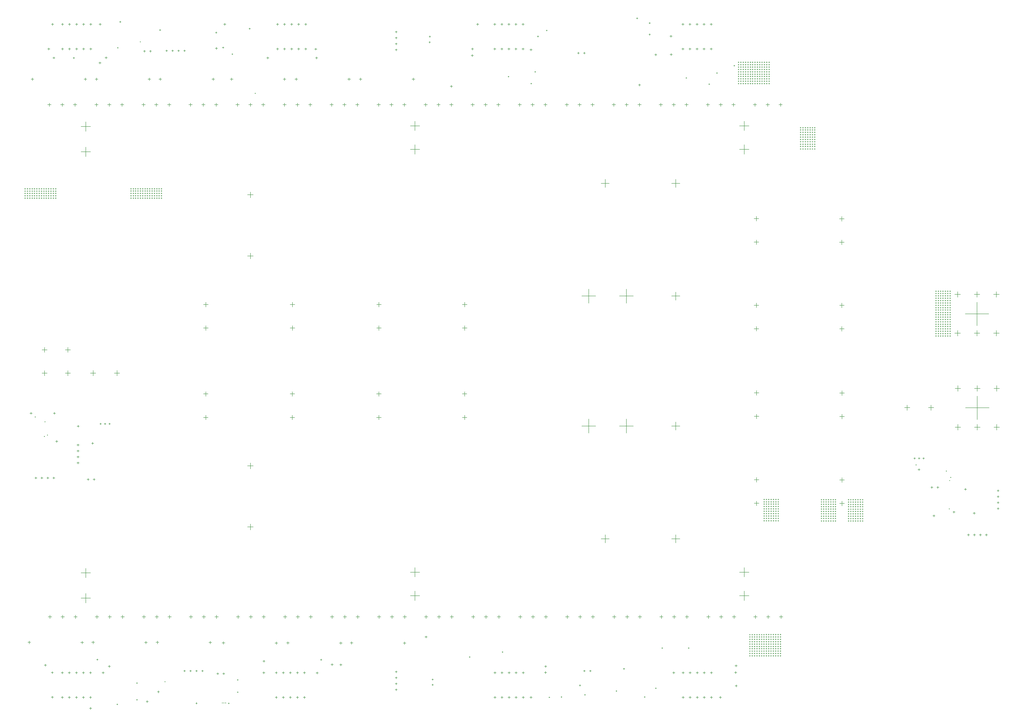
<source format=gbr>
%TF.GenerationSoftware,Altium Limited,Altium Designer,25.3.3 (18)*%
G04 Layer_Color=128*
%FSLAX45Y45*%
%MOMM*%
%TF.SameCoordinates,A4CA6E92-6A9D-4088-ADF9-EEBE24E4F9EE*%
%TF.FilePolarity,Positive*%
%TF.FileFunction,Drillmap*%
%TF.Part,Single*%
G01*
G75*
%TA.AperFunction,NonConductor*%
%ADD154C,0.12700*%
D154*
X5505000Y28177499D02*
X5595000D01*
X5550000Y28132501D02*
Y28222501D01*
X5251000Y28177499D02*
X5341000D01*
X5296000Y28132501D02*
Y28222501D01*
X8620000Y1685000D02*
X8710000D01*
X8665000Y1640000D02*
Y1730000D01*
X8366000Y1685000D02*
X8456000D01*
X8411000Y1640000D02*
Y1730000D01*
X26295001Y26745001D02*
X26395001D01*
X26345001Y26695001D02*
Y26795001D01*
X2600000Y5972216D02*
X3000000D01*
X2800000Y5772217D02*
Y6172216D01*
X2600000Y4897216D02*
X3000000D01*
X2800000Y4697216D02*
Y5097216D01*
X30600000Y6000000D02*
X31000000D01*
X30800000Y5800000D02*
Y6200000D01*
X30600000Y5000000D02*
X31000000D01*
X30800000Y4800000D02*
Y5200000D01*
X16600000Y6000000D02*
X17000000D01*
X16800000Y5800000D02*
Y6200000D01*
X16600000Y5000000D02*
X17000000D01*
X16800000Y4800000D02*
Y5200000D01*
X2600000Y24972217D02*
X3000000D01*
X2800000Y24772217D02*
Y25172215D01*
X2600000Y23897215D02*
X3000000D01*
X2800000Y23697217D02*
Y24097215D01*
X30600000Y25000000D02*
X31000000D01*
X30800000Y24800000D02*
Y25200000D01*
X30600000Y24000000D02*
X31000000D01*
X30800000Y23800000D02*
Y24200000D01*
X16600000Y25000000D02*
X17000000D01*
X16800000Y24800000D02*
Y25200000D01*
X16600000Y24000000D02*
X17000000D01*
X16800000Y23800000D02*
Y24200000D01*
X40210001Y13000000D02*
X41210001D01*
X40710001Y12500000D02*
Y13500000D01*
X41414999Y13825000D02*
X41654999D01*
X41535001Y13705000D02*
Y13945000D01*
X41414999Y12175000D02*
X41654999D01*
X41535001Y12055000D02*
Y12295000D01*
X39764999Y12175000D02*
X40004999D01*
X39885001Y12055000D02*
Y12295000D01*
X39764999Y13825000D02*
X40004999D01*
X39885001Y13705000D02*
Y13945000D01*
X40589999Y12175000D02*
X40829999D01*
X40710001Y12055000D02*
Y12295000D01*
X40589999Y13825000D02*
X40829999D01*
X40710001Y13705000D02*
Y13945000D01*
X40197501Y17000000D02*
X41197501D01*
X40697501Y16500000D02*
Y17500000D01*
X41402499Y17825000D02*
X41642499D01*
X41522501Y17705000D02*
Y17945000D01*
X41402499Y16175000D02*
X41642499D01*
X41522501Y16055000D02*
Y16295000D01*
X39752499Y16175000D02*
X39992499D01*
X39872501Y16055000D02*
Y16295000D01*
X39752499Y17825000D02*
X39992499D01*
X39872501Y17705000D02*
Y17945000D01*
X40577499Y16175000D02*
X40817499D01*
X40697501Y16055000D02*
Y16295000D01*
X40577499Y17825000D02*
X40817499D01*
X40697501Y17705000D02*
Y17945000D01*
X32270999Y25900000D02*
X32420999D01*
X32345999Y25825000D02*
Y25975000D01*
X31725000Y25900000D02*
X31875000D01*
X31800000Y25825000D02*
Y25975000D01*
X31179001Y25900000D02*
X31329001D01*
X31254001Y25825000D02*
Y25975000D01*
X30270999Y25900000D02*
X30420999D01*
X30345999Y25825000D02*
Y25975000D01*
X29725000Y25900000D02*
X29875000D01*
X29800000Y25825000D02*
Y25975000D01*
X29179001Y25900000D02*
X29329001D01*
X29254001Y25825000D02*
Y25975000D01*
X28270999Y25900000D02*
X28420999D01*
X28345999Y25825000D02*
Y25975000D01*
X27725000Y25900000D02*
X27875000D01*
X27800000Y25825000D02*
Y25975000D01*
X27179001Y25900000D02*
X27329001D01*
X27254001Y25825000D02*
Y25975000D01*
X26270999Y25900000D02*
X26420999D01*
X26345999Y25825000D02*
Y25975000D01*
X25725000Y25900000D02*
X25875000D01*
X25800000Y25825000D02*
Y25975000D01*
X25178999Y25900000D02*
X25328999D01*
X25253999Y25825000D02*
Y25975000D01*
X24271001Y25900000D02*
X24421001D01*
X24346001Y25825000D02*
Y25975000D01*
X23725000Y25900000D02*
X23875000D01*
X23800000Y25825000D02*
Y25975000D01*
X23178999Y25900000D02*
X23328999D01*
X23253999Y25825000D02*
Y25975000D01*
X22271001Y25900000D02*
X22421001D01*
X22346001Y25825000D02*
Y25975000D01*
X21725000Y25900000D02*
X21875000D01*
X21800000Y25825000D02*
Y25975000D01*
X21178999Y25900000D02*
X21328999D01*
X21253999Y25825000D02*
Y25975000D01*
X20271001Y25900000D02*
X20421001D01*
X20346001Y25825000D02*
Y25975000D01*
X19725000Y25900000D02*
X19875000D01*
X19800000Y25825000D02*
Y25975000D01*
X19178999Y25900000D02*
X19328999D01*
X19253999Y25825000D02*
Y25975000D01*
X18271001Y25900000D02*
X18421001D01*
X18346001Y25825000D02*
Y25975000D01*
X17725000Y25900000D02*
X17875000D01*
X17800000Y25825000D02*
Y25975000D01*
X17178999Y25900000D02*
X17328999D01*
X17253999Y25825000D02*
Y25975000D01*
X21350000Y675000D02*
X21450000D01*
X21400000Y625000D02*
Y725000D01*
X21050000Y675000D02*
X21150000D01*
X21100000Y625000D02*
Y725000D01*
X20750000Y675000D02*
X20850000D01*
X20800000Y625000D02*
Y725000D01*
X20450000Y675000D02*
X20550000D01*
X20500000Y625000D02*
Y725000D01*
X20150000Y675000D02*
X20250000D01*
X20200000Y625000D02*
Y725000D01*
X21350000Y1725000D02*
X21450000D01*
X21400000Y1675000D02*
Y1775000D01*
X21050000Y1725000D02*
X21150000D01*
X21100000Y1675000D02*
Y1775000D01*
X20750000Y1725000D02*
X20850000D01*
X20800000Y1675000D02*
Y1775000D01*
X20450000Y1725000D02*
X20550000D01*
X20500000Y1675000D02*
Y1775000D01*
X20150000Y1725000D02*
X20250000D01*
X20200000Y1675000D02*
Y1775000D01*
X3752500Y1997500D02*
X3852500D01*
X3802500Y1947500D02*
Y2047500D01*
X19412500Y29325000D02*
X19512500D01*
X19462500Y29275000D02*
Y29375000D01*
X27637500Y28817499D02*
X27737500D01*
X27687500Y28767499D02*
Y28867499D01*
X17217500Y3250000D02*
X17317500D01*
X17267500Y3200000D02*
Y3300000D01*
X27754999Y1720000D02*
X27854999D01*
X27804999Y1670000D02*
Y1770000D01*
X21682312Y675000D02*
X21782312D01*
X21732312Y625000D02*
Y725000D01*
X29735001Y670000D02*
X29835001D01*
X29785001Y620000D02*
Y720000D01*
X30407501Y1165000D02*
X30507501D01*
X30457501Y1115000D02*
Y1215000D01*
X22300000Y1730000D02*
X22400000D01*
X22350000Y1680000D02*
Y1780000D01*
X22305000Y1990000D02*
X22405000D01*
X22355000Y1940000D02*
Y2040000D01*
X30400000Y2020000D02*
X30500000D01*
X30450000Y1970000D02*
Y2070000D01*
X30385001Y1732500D02*
X30485001D01*
X30435001Y1682500D02*
Y1782500D01*
X2952500Y205000D02*
X3052500D01*
X3002500Y155000D02*
Y255000D01*
X23955000Y1800000D02*
X24045000D01*
X24000000Y1755000D02*
Y1845000D01*
X24209000Y1800000D02*
X24299001D01*
X24253999Y1755000D02*
Y1845000D01*
X7717000Y1800000D02*
X7807000D01*
X7762000Y1755000D02*
Y1845000D01*
X7209000Y1800000D02*
X7299000D01*
X7254000Y1755000D02*
Y1845000D01*
X6955000Y1800000D02*
X7045000D01*
X7000000Y1755000D02*
Y1845000D01*
X7463000Y1800000D02*
X7553000D01*
X7508000Y1755000D02*
Y1845000D01*
X1327500Y680000D02*
X1427500D01*
X1377500Y630000D02*
Y730000D01*
X1030000Y2047500D02*
X1130000D01*
X1080000Y1997500D02*
Y2097500D01*
X12050000Y675000D02*
X12150000D01*
X12100000Y625000D02*
Y725000D01*
X11750000Y675000D02*
X11850000D01*
X11800000Y625000D02*
Y725000D01*
X11450000Y675000D02*
X11550000D01*
X11500000Y625000D02*
Y725000D01*
X11150000Y675000D02*
X11250000D01*
X11200000Y625000D02*
Y725000D01*
X10850000Y675000D02*
X10950000D01*
X10900000Y625000D02*
Y725000D01*
X12050000Y1725000D02*
X12150000D01*
X12100000Y1675000D02*
Y1775000D01*
X11750000Y1725000D02*
X11850000D01*
X11800000Y1675000D02*
Y1775000D01*
X11450000Y1725000D02*
X11550000D01*
X11500000Y1675000D02*
Y1775000D01*
X11150000Y1725000D02*
X11250000D01*
X11200000Y1675000D02*
Y1775000D01*
X10850000Y1725000D02*
X10950000D01*
X10900000Y1675000D02*
Y1775000D01*
X2950000Y675000D02*
X3050000D01*
X3000000Y625000D02*
Y725000D01*
X2650000Y675000D02*
X2750000D01*
X2700000Y625000D02*
Y725000D01*
X2350000Y675000D02*
X2450000D01*
X2400000Y625000D02*
Y725000D01*
X2050000Y675000D02*
X2150000D01*
X2100000Y625000D02*
Y725000D01*
X1750000Y675000D02*
X1850000D01*
X1800000Y625000D02*
Y725000D01*
X2950000Y1725000D02*
X3050000D01*
X3000000Y1675000D02*
Y1775000D01*
X2650000Y1725000D02*
X2750000D01*
X2700000Y1675000D02*
Y1775000D01*
X2350000Y1725000D02*
X2450000D01*
X2400000Y1675000D02*
Y1775000D01*
X2050000Y1725000D02*
X2150000D01*
X2100000Y1675000D02*
Y1775000D01*
X1750000Y1725000D02*
X1850000D01*
X1800000Y1675000D02*
Y1775000D01*
X13227499Y2070000D02*
X13327499D01*
X13277499Y2020000D02*
Y2120000D01*
X10322500Y1722500D02*
X10422500D01*
X10372500Y1672500D02*
Y1772500D01*
X2427500Y12217500D02*
X2522500D01*
X2475000Y12170000D02*
Y12265000D01*
X12587500Y1715000D02*
X12687500D01*
X12637500Y1665000D02*
Y1765000D01*
X10325000Y2216409D02*
X10425000D01*
X10375000Y2166409D02*
Y2266409D01*
X14045000Y2990000D02*
X14164999D01*
X14105000Y2930000D02*
Y3050000D01*
X16295000Y2985000D02*
X16414999D01*
X16355000Y2925000D02*
Y3045000D01*
X13600000Y2062500D02*
X13700000D01*
X13650000Y2012500D02*
Y2112500D01*
X1325000Y1727500D02*
X1425000D01*
X1375000Y1677500D02*
Y1777500D01*
X3490000Y1725000D02*
X3590000D01*
X3540000Y1675000D02*
Y1775000D01*
X25487500Y17755000D02*
X26087500D01*
X25787500Y17455000D02*
Y18055000D01*
X23887500Y17755000D02*
X24487500D01*
X24187500Y17455000D02*
Y18055000D01*
X27712500Y17755000D02*
X28062500D01*
X27887500Y17580000D02*
Y17930000D01*
X24712500Y22555000D02*
X25062500D01*
X24887500Y22380000D02*
Y22730000D01*
X27712500Y22555000D02*
X28062500D01*
X27887500Y22380000D02*
Y22730000D01*
X11332500Y2990000D02*
X11452500D01*
X11392500Y2930000D02*
Y3050000D01*
X13582500Y2985000D02*
X13702499D01*
X13642500Y2925000D02*
Y3045000D01*
X8595000Y2990000D02*
X8715000D01*
X8655000Y2930000D02*
Y3050000D01*
X10845000Y2985000D02*
X10965000D01*
X10905000Y2925000D02*
Y3045000D01*
X5300000Y3010000D02*
X5420000D01*
X5360000Y2950000D02*
Y3070000D01*
X3050000Y3015000D02*
X3170000D01*
X3110000Y2955000D02*
Y3075000D01*
X8035000Y3010000D02*
X8155000D01*
X8095000Y2950000D02*
Y3070000D01*
X5785000Y3015000D02*
X5905000D01*
X5845000Y2955000D02*
Y3075000D01*
X2585000Y3010000D02*
X2705000D01*
X2645000Y2950000D02*
Y3070000D01*
X335000Y3015000D02*
X455000D01*
X395000Y2955000D02*
Y3075000D01*
X16291000Y4100000D02*
X16441000D01*
X16366000Y4025000D02*
Y4175000D01*
X15745000Y4100000D02*
X15895000D01*
X15820000Y4025000D02*
Y4175000D01*
X15199001Y4100000D02*
X15349001D01*
X15274001Y4025000D02*
Y4175000D01*
X12291000Y4100000D02*
X12441000D01*
X12366000Y4025000D02*
Y4175000D01*
X11745000Y4100000D02*
X11895000D01*
X11820000Y4025000D02*
Y4175000D01*
X11199000Y4100000D02*
X11349000D01*
X11274000Y4025000D02*
Y4175000D01*
X3109000Y9950000D02*
X3199000D01*
X3154000Y9905000D02*
Y9995000D01*
X2855000Y9950000D02*
X2945000D01*
X2900000Y9905000D02*
Y9995000D01*
X38986499Y9610000D02*
X39076501D01*
X39031500Y9565000D02*
Y9655000D01*
X38732501Y9610000D02*
X38822501D01*
X38777499Y9565000D02*
Y9655000D01*
X6447000Y28200000D02*
X6537000D01*
X6492000Y28154999D02*
Y28245001D01*
X6955000Y28200000D02*
X7045000D01*
X7000000Y28154999D02*
Y28245001D01*
X6701000Y28200000D02*
X6791000D01*
X6746000Y28154999D02*
Y28245001D01*
X6193000Y28200000D02*
X6283000D01*
X6238000Y28154999D02*
Y28245001D01*
X15955000Y28492001D02*
X16045000D01*
X16000000Y28447000D02*
Y28537000D01*
X15955000Y29000000D02*
X16045000D01*
X16000000Y28954999D02*
Y29045001D01*
X15955000Y28745999D02*
X16045000D01*
X16000000Y28701001D02*
Y28791000D01*
X15955000Y28238000D02*
X16045000D01*
X16000000Y28192999D02*
Y28282999D01*
X23700999Y28100000D02*
X23791000D01*
X23746001Y28054999D02*
Y28145001D01*
X23955000Y28100000D02*
X24045000D01*
X24000000Y28054999D02*
Y28145001D01*
X15955000Y1508000D02*
X16045000D01*
X16000000Y1463000D02*
Y1553000D01*
X15955000Y1000000D02*
X16045000D01*
X16000000Y955000D02*
Y1045000D01*
X15955000Y1254000D02*
X16045000D01*
X16000000Y1209000D02*
Y1299000D01*
X15955000Y1762000D02*
X16045000D01*
X16000000Y1717000D02*
Y1807000D01*
X40160001Y9532243D02*
X40254999D01*
X40207501Y9484743D02*
Y9579743D01*
X38182501Y10370000D02*
X38277499D01*
X38229999Y10322500D02*
Y10417500D01*
X39670001Y8562500D02*
X39764999D01*
X39717499Y8515000D02*
Y8610000D01*
X40529999Y8512500D02*
X40629999D01*
X40579999Y8462500D02*
Y8562500D01*
X38817499Y8402500D02*
X38912500D01*
X38864999Y8355000D02*
Y8450000D01*
X41045999Y7587500D02*
X41145999D01*
X41095999Y7537500D02*
Y7637500D01*
X40792001Y7587500D02*
X40892001D01*
X40842001Y7537500D02*
Y7637500D01*
X40538000Y7587500D02*
X40638000D01*
X40588000Y7537500D02*
Y7637500D01*
X40284000Y7587500D02*
X40384000D01*
X40334000Y7537500D02*
Y7637500D01*
X888500Y10015000D02*
X978500D01*
X933500Y9970000D02*
Y10060000D01*
X1396500Y10015000D02*
X1486500D01*
X1441500Y9970000D02*
Y10060000D01*
X1142500Y10015000D02*
X1232500D01*
X1187500Y9970000D02*
Y10060000D01*
X634500Y10015000D02*
X724500D01*
X679500Y9970000D02*
Y10060000D01*
X41550000Y9219000D02*
X41639999D01*
X41595001Y9174000D02*
Y9264000D01*
X41550000Y8711000D02*
X41639999D01*
X41595001Y8666000D02*
Y8756000D01*
X41550000Y8965000D02*
X41639999D01*
X41595001Y8920000D02*
Y9010000D01*
X41550000Y9473000D02*
X41639999D01*
X41595001Y9428000D02*
Y9518000D01*
X1417500Y12765000D02*
X1512500D01*
X1465000Y12717500D02*
Y12812500D01*
X8305000Y28302499D02*
X8405000D01*
X8355000Y28252499D02*
Y28352499D01*
X3357793Y29325000D02*
X3457793D01*
X3407793Y29275000D02*
Y29375000D01*
X1340000Y29325000D02*
X1440000D01*
X1390000Y29275000D02*
Y29375000D01*
X8660000Y29325000D02*
X8760000D01*
X8710000Y29275000D02*
Y29375000D01*
X28142499Y29325000D02*
X28242499D01*
X28192499Y29275000D02*
Y29375000D01*
X28442499Y29325000D02*
X28542499D01*
X28492499Y29275000D02*
Y29375000D01*
X28742499Y29325000D02*
X28842499D01*
X28792499Y29275000D02*
Y29375000D01*
X29042499Y29325000D02*
X29142499D01*
X29092499Y29275000D02*
Y29375000D01*
X29342499Y29325000D02*
X29442499D01*
X29392499Y29275000D02*
Y29375000D01*
X28142499Y28275000D02*
X28242499D01*
X28192499Y28225000D02*
Y28325000D01*
X28442499Y28275000D02*
X28542499D01*
X28492499Y28225000D02*
Y28325000D01*
X28742499Y28275000D02*
X28842499D01*
X28792499Y28225000D02*
Y28325000D01*
X29042499Y28275000D02*
X29142499D01*
X29092499Y28225000D02*
Y28325000D01*
X29342499Y28275000D02*
X29442499D01*
X29392499Y28225000D02*
Y28325000D01*
X3348734Y27681265D02*
X3448734D01*
X3398734Y27631265D02*
Y27731265D01*
X20142500Y29325000D02*
X20242500D01*
X20192500Y29275000D02*
Y29375000D01*
X20442500Y29325000D02*
X20542500D01*
X20492500Y29275000D02*
Y29375000D01*
X20742500Y29325000D02*
X20842500D01*
X20792500Y29275000D02*
Y29375000D01*
X21042500Y29325000D02*
X21142500D01*
X21092500Y29275000D02*
Y29375000D01*
X21342500Y29325000D02*
X21442500D01*
X21392500Y29275000D02*
Y29375000D01*
X20142500Y28275000D02*
X20242500D01*
X20192500Y28225000D02*
Y28325000D01*
X20442500Y28275000D02*
X20542500D01*
X20492500Y28225000D02*
Y28325000D01*
X20742500Y28275000D02*
X20842500D01*
X20792500Y28225000D02*
Y28325000D01*
X21042500Y28275000D02*
X21142500D01*
X21092500Y28225000D02*
Y28325000D01*
X21342500Y28275000D02*
X21442500D01*
X21392500Y28225000D02*
Y28325000D01*
X27640955Y28040781D02*
X27740955D01*
X27690955Y27990781D02*
Y28090781D01*
X26987500Y28029999D02*
X27087500D01*
X27037500Y27979999D02*
Y28079999D01*
X19189999Y28272501D02*
X19289999D01*
X19239999Y28222501D02*
Y28322501D01*
X21682500Y28237500D02*
X21782500D01*
X21732500Y28187500D02*
Y28287500D01*
X19187500Y27995001D02*
X19287500D01*
X19237500Y27945001D02*
Y28045001D01*
X12530000Y28270001D02*
X12630000D01*
X12580000Y28220001D02*
Y28320001D01*
X12565000Y27892499D02*
X12665000D01*
X12615000Y27842499D02*
Y27942499D01*
X10492500Y27891779D02*
X10592500D01*
X10542500Y27841779D02*
Y27941776D01*
X1392500Y27897501D02*
X1492500D01*
X1442500Y27847501D02*
Y27947501D01*
X3617500Y27900000D02*
X3717500D01*
X3667500Y27850000D02*
Y27950000D01*
X1175000Y28277499D02*
X1275000D01*
X1225000Y28227499D02*
Y28327499D01*
X5179000Y25900000D02*
X5329000D01*
X5254000Y25825000D02*
Y25975000D01*
X5725000Y25900000D02*
X5875000D01*
X5800000Y25825000D02*
Y25975000D01*
X6271000Y25900000D02*
X6421000D01*
X6346000Y25825000D02*
Y25975000D01*
X13199001Y4100000D02*
X13349001D01*
X13274001Y4025000D02*
Y4175000D01*
X13745000Y4100000D02*
X13895000D01*
X13820000Y4025000D02*
Y4175000D01*
X14291000Y4100000D02*
X14441000D01*
X14366000Y4025000D02*
Y4175000D01*
X9199000Y4100000D02*
X9349000D01*
X9274000Y4025000D02*
Y4175000D01*
X9745000Y4100000D02*
X9895000D01*
X9820000Y4025000D02*
Y4175000D01*
X10291000Y4100000D02*
X10441000D01*
X10366000Y4025000D02*
Y4175000D01*
X5199000Y4100000D02*
X5349000D01*
X5274000Y4025000D02*
Y4175000D01*
X5745000Y4100000D02*
X5895000D01*
X5820000Y4025000D02*
Y4175000D01*
X6291000Y4100000D02*
X6441000D01*
X6366000Y4025000D02*
Y4175000D01*
X7199000Y4100000D02*
X7349000D01*
X7274000Y4025000D02*
Y4175000D01*
X7745000Y4100000D02*
X7895000D01*
X7820000Y4025000D02*
Y4175000D01*
X8291000Y4100000D02*
X8441000D01*
X8366000Y4025000D02*
Y4175000D01*
X3199000Y4100000D02*
X3349000D01*
X3274000Y4025000D02*
Y4175000D01*
X3745000Y4100000D02*
X3895000D01*
X3820000Y4025000D02*
Y4175000D01*
X4291000Y4100000D02*
X4441000D01*
X4366000Y4025000D02*
Y4175000D01*
X1199000Y4100000D02*
X1349000D01*
X1274000Y4025000D02*
Y4175000D01*
X1745000Y4100000D02*
X1895000D01*
X1820000Y4025000D02*
Y4175000D01*
X2291000Y4100000D02*
X2441000D01*
X2366000Y4025000D02*
Y4175000D01*
X18291000Y4100000D02*
X18441000D01*
X18366000Y4025000D02*
Y4175000D01*
X17745000Y4100000D02*
X17895000D01*
X17820000Y4025000D02*
Y4175000D01*
X17199001Y4100000D02*
X17349001D01*
X17274001Y4025000D02*
Y4175000D01*
X20291000Y4100000D02*
X20441000D01*
X20366000Y4025000D02*
Y4175000D01*
X19745000Y4100000D02*
X19895000D01*
X19820000Y4025000D02*
Y4175000D01*
X19199001Y4100000D02*
X19349001D01*
X19274001Y4025000D02*
Y4175000D01*
X22291000Y4100000D02*
X22441000D01*
X22366000Y4025000D02*
Y4175000D01*
X21745000Y4100000D02*
X21895000D01*
X21820000Y4025000D02*
Y4175000D01*
X21199001Y4100000D02*
X21349001D01*
X21274001Y4025000D02*
Y4175000D01*
X23199001Y4100000D02*
X23349001D01*
X23274001Y4025000D02*
Y4175000D01*
X23745000Y4100000D02*
X23895000D01*
X23820000Y4025000D02*
Y4175000D01*
X24291000Y4100000D02*
X24441000D01*
X24366000Y4025000D02*
Y4175000D01*
X26291000Y4100000D02*
X26441000D01*
X26366000Y4025000D02*
Y4175000D01*
X25745001Y4100000D02*
X25895001D01*
X25820001Y4025000D02*
Y4175000D01*
X25199001Y4100000D02*
X25349001D01*
X25274001Y4025000D02*
Y4175000D01*
X28291000Y4100000D02*
X28441000D01*
X28366000Y4025000D02*
Y4175000D01*
X27745001Y4100000D02*
X27895001D01*
X27820001Y4025000D02*
Y4175000D01*
X27198999Y4100000D02*
X27348999D01*
X27273999Y4025000D02*
Y4175000D01*
X30291000Y4100000D02*
X30441000D01*
X30366000Y4025000D02*
Y4175000D01*
X29745001Y4100000D02*
X29895001D01*
X29820001Y4025000D02*
Y4175000D01*
X29198999Y4100000D02*
X29348999D01*
X29273999Y4025000D02*
Y4175000D01*
X32291000Y4100000D02*
X32441000D01*
X32366000Y4025000D02*
Y4175000D01*
X31745001Y4100000D02*
X31895001D01*
X31820001Y4025000D02*
Y4175000D01*
X31198999Y4100000D02*
X31348999D01*
X31273999Y4025000D02*
Y4175000D01*
X9675000Y19464999D02*
X9925000D01*
X9800000Y19339999D02*
Y19589999D01*
X9675000Y22064999D02*
X9925000D01*
X9800000Y21939999D02*
Y22189999D01*
X1931461Y15466820D02*
X2147361D01*
X2039411Y15358870D02*
Y15574770D01*
X940861Y15466820D02*
X1156761D01*
X1048811Y15358870D02*
Y15574770D01*
X1931081Y14474899D02*
X2146981D01*
X2039031Y14366949D02*
Y14582851D01*
X940481Y14474899D02*
X1156381D01*
X1048431Y14366949D02*
Y14582851D01*
X25487500Y12225000D02*
X26087500D01*
X25787500Y11925000D02*
Y12525000D01*
X23887500Y12225000D02*
X24487500D01*
X24187500Y11925000D02*
Y12525000D01*
X27712500Y12225000D02*
X28062500D01*
X27887500Y12050000D02*
Y12400000D01*
X27712500Y7425000D02*
X28062500D01*
X27887500Y7250000D02*
Y7600000D01*
X24712500Y7425000D02*
X25062500D01*
X24887500Y7250000D02*
Y7600000D01*
X18297501Y26679999D02*
X18397501D01*
X18347501Y26629999D02*
Y26729999D01*
X9675000Y10530000D02*
X9925000D01*
X9800000Y10405000D02*
Y10655000D01*
X9675000Y7930000D02*
X9925000D01*
X9800000Y7805000D02*
Y8055000D01*
X14422501Y26989999D02*
X14542500D01*
X14482500Y26929999D02*
Y27050000D01*
X16672501Y26985001D02*
X16792500D01*
X16732500Y26925000D02*
Y27045001D01*
X11687500Y26989999D02*
X11807500D01*
X11747500Y26929999D02*
Y27050000D01*
X13937500Y26985001D02*
X14057500D01*
X13997501Y26925000D02*
Y27045001D01*
X16271001Y25900000D02*
X16421001D01*
X16346001Y25825000D02*
Y25975000D01*
X15725000Y25900000D02*
X15875000D01*
X15800000Y25825000D02*
Y25975000D01*
X15178999Y25900000D02*
X15328999D01*
X15253999Y25825000D02*
Y25975000D01*
X10271000Y25900000D02*
X10421000D01*
X10346000Y25825000D02*
Y25975000D01*
X9725000Y25900000D02*
X9875000D01*
X9800000Y25825000D02*
Y25975000D01*
X9179000Y25900000D02*
X9329000D01*
X9254000Y25825000D02*
Y25975000D01*
X8271000Y25900000D02*
X8421000D01*
X8346000Y25825000D02*
Y25975000D01*
X7725000Y25900000D02*
X7875000D01*
X7800000Y25825000D02*
Y25975000D01*
X7179000Y25900000D02*
X7329000D01*
X7254000Y25825000D02*
Y25975000D01*
X14271001Y25900000D02*
X14421001D01*
X14346001Y25825000D02*
Y25975000D01*
X13725000Y25900000D02*
X13875000D01*
X13800000Y25825000D02*
Y25975000D01*
X13178999Y25900000D02*
X13328999D01*
X13253999Y25825000D02*
Y25975000D01*
X4271000Y25900000D02*
X4421000D01*
X4346000Y25825000D02*
Y25975000D01*
X3725000Y25900000D02*
X3875000D01*
X3800000Y25825000D02*
Y25975000D01*
X3179000Y25900000D02*
X3329000D01*
X3254000Y25825000D02*
Y25975000D01*
X2271000Y25900000D02*
X2421000D01*
X2346000Y25825000D02*
Y25975000D01*
X1725000Y25900000D02*
X1875000D01*
X1800000Y25825000D02*
Y25975000D01*
X1179000Y25900000D02*
X1329000D01*
X1254000Y25825000D02*
Y25975000D01*
X18815048Y17395000D02*
X19015048D01*
X18915048Y17295000D02*
Y17495000D01*
X18815048Y16395000D02*
X19015048D01*
X18915048Y16295000D02*
Y16495000D01*
X7807548Y17395000D02*
X8007548D01*
X7907548Y17295000D02*
Y17495000D01*
X7807548Y16395000D02*
X8007548D01*
X7907548Y16295000D02*
Y16495000D01*
X15167548Y17395000D02*
X15367548D01*
X15267548Y17295000D02*
Y17495000D01*
X15167548Y16395000D02*
X15367548D01*
X15267548Y16295000D02*
Y16495000D01*
X11490048Y17395000D02*
X11690048D01*
X11590048Y17295000D02*
Y17495000D01*
X11490048Y16395000D02*
X11690048D01*
X11590048Y16295000D02*
Y16495000D01*
X11485000Y12590000D02*
X11685000D01*
X11585000Y12490000D02*
Y12690000D01*
X11485000Y13589999D02*
X11685000D01*
X11585000Y13489999D02*
Y13689999D01*
X18810001Y12590000D02*
X19010001D01*
X18910001Y12490000D02*
Y12690000D01*
X18810001Y13589999D02*
X19010001D01*
X18910001Y13489999D02*
Y13689999D01*
X7802500Y12590000D02*
X8002500D01*
X7902500Y12490000D02*
Y12690000D01*
X7802500Y13589999D02*
X8002500D01*
X7902500Y13489999D02*
Y13689999D01*
X15162500Y12590000D02*
X15362500D01*
X15262500Y12490000D02*
Y12690000D01*
X15162500Y13589999D02*
X15362500D01*
X15262500Y13489999D02*
Y13689999D01*
X31223059Y8933360D02*
X31423059D01*
X31323059Y8833360D02*
Y9033360D01*
X31223059Y9933360D02*
X31423059D01*
X31323059Y9833360D02*
Y10033360D01*
X34858060Y8928360D02*
X35058060D01*
X34958060Y8828360D02*
Y9028360D01*
X34858060Y9928360D02*
X35058060D01*
X34958060Y9828360D02*
Y10028360D01*
X34858060Y13628360D02*
X35058060D01*
X34958060Y13528360D02*
Y13728360D01*
X34858060Y12628360D02*
X35058060D01*
X34958060Y12528360D02*
Y12728360D01*
X31223059Y13633360D02*
X31423059D01*
X31323059Y13533360D02*
Y13733360D01*
X31223059Y12633360D02*
X31423059D01*
X31323059Y12533360D02*
Y12733360D01*
X31217499Y16364999D02*
X31417499D01*
X31317499Y16264999D02*
Y16464999D01*
X31217499Y17364999D02*
X31417499D01*
X31317499Y17264999D02*
Y17464999D01*
X34852499Y16360001D02*
X35052499D01*
X34952499Y16259999D02*
Y16460001D01*
X34852499Y17360001D02*
X35052499D01*
X34952499Y17260001D02*
Y17460001D01*
X34850000Y21045000D02*
X35050000D01*
X34950000Y20945000D02*
Y21145000D01*
X34850000Y20045000D02*
X35050000D01*
X34950000Y19945000D02*
Y20145000D01*
X31214999Y21050000D02*
X31414999D01*
X31314999Y20950000D02*
Y21150000D01*
X31214999Y20050000D02*
X31414999D01*
X31314999Y19950000D02*
Y20150000D01*
X1512500Y11572500D02*
X1612500D01*
X1562500Y11522500D02*
Y11622500D01*
X3042500Y11487500D02*
X3137500D01*
X3090000Y11440000D02*
Y11535000D01*
X425000Y12765000D02*
X520000D01*
X472500Y12717500D02*
Y12812500D01*
X5362500Y497500D02*
X5462500D01*
X5412500Y447500D02*
Y547500D01*
X5837500Y912500D02*
X5937500D01*
X5887500Y862500D02*
Y962500D01*
X2422500Y11416000D02*
X2522500D01*
X2472500Y11366000D02*
Y11466000D01*
X2422500Y11162000D02*
X2522500D01*
X2472500Y11112000D02*
Y11212000D01*
X2422500Y10908000D02*
X2522500D01*
X2472500Y10858000D02*
Y10958000D01*
X2422500Y10654000D02*
X2522500D01*
X2472500Y10604000D02*
Y10704000D01*
X37612701Y13006100D02*
X37841299D01*
X37726999Y12891800D02*
Y13120399D01*
X38628699Y13006100D02*
X38857300D01*
X38742999Y12891800D02*
Y13120399D01*
X38006400Y10847100D02*
X38082599D01*
X38044501Y10809000D02*
Y10885200D01*
X38196899Y10847100D02*
X38273099D01*
X38235001Y10809000D02*
Y10885200D01*
X38387399Y10847100D02*
X38463599D01*
X38425500Y10809000D02*
Y10885200D01*
X2997700Y14476100D02*
X3226300D01*
X3112000Y14361800D02*
Y14590401D01*
X4013700Y14476100D02*
X4242300D01*
X4128000Y14361800D02*
Y14590401D01*
X3391400Y12317100D02*
X3467600D01*
X3429500Y12279000D02*
Y12355200D01*
X3581900Y12317100D02*
X3658100D01*
X3620000Y12279000D02*
Y12355200D01*
X3772400Y12317100D02*
X3848600D01*
X3810500Y12279000D02*
Y12355200D01*
X11179000Y25900000D02*
X11329000D01*
X11254000Y25825000D02*
Y25975000D01*
X11725000Y25900000D02*
X11875000D01*
X11800000Y25825000D02*
Y25975000D01*
X12271000Y25900000D02*
X12421000D01*
X12346000Y25825000D02*
Y25975000D01*
X2960000Y28275000D02*
X3060000D01*
X3010000Y28225000D02*
Y28325000D01*
X2660000Y28275000D02*
X2760000D01*
X2710000Y28225000D02*
Y28325000D01*
X2360000Y28275000D02*
X2460000D01*
X2410000Y28225000D02*
Y28325000D01*
X2060000Y28275000D02*
X2160000D01*
X2110000Y28225000D02*
Y28325000D01*
X1760000Y28275000D02*
X1860000D01*
X1810000Y28225000D02*
Y28325000D01*
X2960000Y29325000D02*
X3060000D01*
X3010000Y29275000D02*
Y29375000D01*
X2660000Y29325000D02*
X2760000D01*
X2710000Y29275000D02*
Y29375000D01*
X2360000Y29325000D02*
X2460000D01*
X2410000Y29275000D02*
Y29375000D01*
X2060000Y29325000D02*
X2160000D01*
X2110000Y29275000D02*
Y29375000D01*
X1760000Y29325000D02*
X1860000D01*
X1810000Y29275000D02*
Y29375000D01*
X2725000Y26985001D02*
X2845000D01*
X2785000Y26925000D02*
Y27045001D01*
X475000Y26989999D02*
X595000D01*
X535000Y26929999D02*
Y27050000D01*
X5445000Y26985001D02*
X5565000D01*
X5505000Y26925000D02*
Y27045001D01*
X3195000Y26989999D02*
X3315000D01*
X3255000Y26929999D02*
Y27050000D01*
X8160000Y26985001D02*
X8280000D01*
X8220000Y26925000D02*
Y27045001D01*
X5910000Y26989999D02*
X6030000D01*
X5970000Y26929999D02*
Y27050000D01*
X12102500Y28275000D02*
X12202500D01*
X12152500Y28225000D02*
Y28325000D01*
X11802500Y28275000D02*
X11902500D01*
X11852500Y28225000D02*
Y28325000D01*
X11502500Y28275000D02*
X11602500D01*
X11552500Y28225000D02*
Y28325000D01*
X11202500Y28275000D02*
X11302500D01*
X11252500Y28225000D02*
Y28325000D01*
X10902500Y28275000D02*
X11002500D01*
X10952500Y28225000D02*
Y28325000D01*
X12102500Y29325000D02*
X12202500D01*
X12152500Y29275000D02*
Y29375000D01*
X11802500Y29325000D02*
X11902500D01*
X11852500Y29275000D02*
Y29375000D01*
X11502500Y29325000D02*
X11602500D01*
X11552500Y29275000D02*
Y29375000D01*
X11202500Y29325000D02*
X11302500D01*
X11252500Y29275000D02*
Y29375000D01*
X10902500Y29325000D02*
X11002500D01*
X10952500Y29275000D02*
Y29375000D01*
X11192500Y26985001D02*
X11312500D01*
X11252500Y26925000D02*
Y27045001D01*
X8942500Y26989999D02*
X9062500D01*
X9002500Y26929999D02*
Y27050000D01*
X28150000Y1725000D02*
X28250000D01*
X28200000Y1675000D02*
Y1775000D01*
X28450000Y1725000D02*
X28550000D01*
X28500000Y1675000D02*
Y1775000D01*
X28750000Y1725000D02*
X28850000D01*
X28800000Y1675000D02*
Y1775000D01*
X29050000Y1725000D02*
X29150000D01*
X29100000Y1675000D02*
Y1775000D01*
X29350000Y1725000D02*
X29450000D01*
X29400000Y1675000D02*
Y1775000D01*
X28150000Y675000D02*
X28250000D01*
X28200000Y625000D02*
Y725000D01*
X28450000Y675000D02*
X28550000D01*
X28500000Y625000D02*
Y725000D01*
X28750000Y675000D02*
X28850000D01*
X28800000Y625000D02*
Y725000D01*
X29050000Y675000D02*
X29150000D01*
X29100000Y625000D02*
Y725000D01*
X29350000Y675000D02*
X29450000D01*
X29400000Y625000D02*
Y725000D01*
X4955000Y1280000D02*
X5005000D01*
X4980000Y1255000D02*
Y1305000D01*
X9237500Y897500D02*
X9287500D01*
X9262500Y872500D02*
Y922500D01*
X8657500Y440000D02*
X8687500D01*
X8672500Y425000D02*
Y455000D01*
X8727500Y440000D02*
X8757500D01*
X8742500Y425000D02*
Y455000D01*
X8590000Y440000D02*
X8620000D01*
X8605000Y425000D02*
Y455000D01*
X5924440Y29079999D02*
X5995560D01*
X5960000Y29044440D02*
Y29115561D01*
X21991940Y28810001D02*
X22063060D01*
X22027499Y28774438D02*
Y28845560D01*
X25342500Y942500D02*
X25392500D01*
X25367500Y917500D02*
Y967500D01*
X17511940Y1210000D02*
X17583060D01*
X17547501Y1174440D02*
Y1245560D01*
X17511940Y1437500D02*
X17583060D01*
X17547501Y1401940D02*
Y1473060D01*
X17396941Y28802499D02*
X17468060D01*
X17432500Y28766940D02*
Y28838062D01*
X17389439Y28560001D02*
X17460561D01*
X17425000Y28524438D02*
Y28595560D01*
X29282501Y26775000D02*
X29332501D01*
X29307501Y26750000D02*
Y26800000D01*
X28412830Y2770942D02*
X28462830D01*
X28437830Y2745942D02*
Y2795942D01*
X25651941Y1890000D02*
X25723059D01*
X25687500Y1854440D02*
Y1925560D01*
X30354990Y27563443D02*
X30404990D01*
X30379990Y27538443D02*
Y27588443D01*
X30633829Y27404434D02*
X30683829D01*
X30658829Y27379434D02*
Y27429434D01*
X30733829Y27504434D02*
X30783829D01*
X30758829Y27479434D02*
Y27529434D01*
X30533829Y27504434D02*
X30583829D01*
X30558829Y27479434D02*
Y27529434D01*
X30633829Y27604434D02*
X30683829D01*
X30658829Y27579434D02*
Y27629434D01*
X30533829Y27404434D02*
X30583829D01*
X30558829Y27379434D02*
Y27429434D01*
X30733829Y27404434D02*
X30783829D01*
X30758829Y27379434D02*
Y27429434D01*
X30733829Y27604434D02*
X30783829D01*
X30758829Y27579434D02*
Y27629434D01*
X30833829Y27504434D02*
X30883829D01*
X30858829Y27479434D02*
Y27529434D01*
X30533829Y27604434D02*
X30583829D01*
X30558829Y27579434D02*
Y27629434D01*
X30633829Y27704434D02*
X30683829D01*
X30658829Y27679434D02*
Y27729434D01*
X30533829Y27704434D02*
X30583829D01*
X30558829Y27679434D02*
Y27729434D01*
X30733829Y27704434D02*
X30783829D01*
X30758829Y27679434D02*
Y27729434D01*
X30833829Y27704434D02*
X30883829D01*
X30858829Y27679434D02*
Y27729434D01*
X30833829Y27604434D02*
X30883829D01*
X30858829Y27579434D02*
Y27629434D01*
X30933829Y27704434D02*
X30983829D01*
X30958829Y27679434D02*
Y27729434D01*
X30933829Y27604434D02*
X30983829D01*
X30958829Y27579434D02*
Y27629434D01*
X31033829Y27704434D02*
X31083829D01*
X31058829Y27679434D02*
Y27729434D01*
X31033829Y27604434D02*
X31083829D01*
X31058829Y27579434D02*
Y27629434D01*
X31133829Y27704434D02*
X31183829D01*
X31158829Y27679434D02*
Y27729434D01*
X31133829Y27604434D02*
X31183829D01*
X31158829Y27579434D02*
Y27629434D01*
X31232632Y27703906D02*
X31282632D01*
X31257632Y27678906D02*
Y27728906D01*
X31232632Y27603906D02*
X31282632D01*
X31257632Y27578906D02*
Y27628906D01*
X31332632Y27703906D02*
X31382632D01*
X31357632Y27678906D02*
Y27728906D01*
X31332632Y27603906D02*
X31382632D01*
X31357632Y27578906D02*
Y27628906D01*
X31432632Y27703906D02*
X31482632D01*
X31457632Y27678906D02*
Y27728906D01*
X31432632Y27603906D02*
X31482632D01*
X31457632Y27578906D02*
Y27628906D01*
X31532632Y27703906D02*
X31582632D01*
X31557632Y27678906D02*
Y27728906D01*
X31532632Y27603906D02*
X31582632D01*
X31557632Y27578906D02*
Y27628906D01*
X31632632Y27703906D02*
X31682632D01*
X31657632Y27678906D02*
Y27728906D01*
X31632632Y27603906D02*
X31682632D01*
X31657632Y27578906D02*
Y27628906D01*
X31732632Y27703906D02*
X31782632D01*
X31757632Y27678906D02*
Y27728906D01*
X31732632Y27603906D02*
X31782632D01*
X31757632Y27578906D02*
Y27628906D01*
X31832632Y27703906D02*
X31882632D01*
X31857632Y27678906D02*
Y27728906D01*
X31832632Y27603906D02*
X31882632D01*
X31857632Y27578906D02*
Y27628906D01*
X31832632Y27503906D02*
X31882632D01*
X31857632Y27478906D02*
Y27528906D01*
X31832632Y27403906D02*
X31882632D01*
X31857632Y27378906D02*
Y27428906D01*
X31732632Y27503906D02*
X31782632D01*
X31757632Y27478906D02*
Y27528906D01*
X31732632Y27403906D02*
X31782632D01*
X31757632Y27378906D02*
Y27428906D01*
X31632632Y27503906D02*
X31682632D01*
X31657632Y27478906D02*
Y27528906D01*
X31632632Y27403906D02*
X31682632D01*
X31657632Y27378906D02*
Y27428906D01*
X31532632Y27503906D02*
X31582632D01*
X31557632Y27478906D02*
Y27528906D01*
X31532632Y27403906D02*
X31582632D01*
X31557632Y27378906D02*
Y27428906D01*
X31432632Y27503906D02*
X31482632D01*
X31457632Y27478906D02*
Y27528906D01*
X31332632Y27503906D02*
X31382632D01*
X31357632Y27478906D02*
Y27528906D01*
X31432632Y27403906D02*
X31482632D01*
X31457632Y27378906D02*
Y27428906D01*
X31332632Y27403906D02*
X31382632D01*
X31357632Y27378906D02*
Y27428906D01*
X31232632Y27403906D02*
X31282632D01*
X31257632Y27378906D02*
Y27428906D01*
X31133829Y27404434D02*
X31183829D01*
X31158829Y27379434D02*
Y27429434D01*
X31232632Y27503906D02*
X31282632D01*
X31257632Y27478906D02*
Y27528906D01*
X31133829Y27504434D02*
X31183829D01*
X31158829Y27479434D02*
Y27529434D01*
X31033829Y27504434D02*
X31083829D01*
X31058829Y27479434D02*
Y27529434D01*
X31033829Y27404434D02*
X31083829D01*
X31058829Y27379434D02*
Y27429434D01*
X30933829Y27504434D02*
X30983829D01*
X30958829Y27479434D02*
Y27529434D01*
X30933829Y27404434D02*
X30983829D01*
X30958829Y27379434D02*
Y27429434D01*
X30833829Y27404434D02*
X30883829D01*
X30858829Y27379434D02*
Y27429434D01*
X27284991Y2773442D02*
X27334991D01*
X27309991Y2748442D02*
Y2798442D01*
X19097490Y2393767D02*
X19147490D01*
X19122490Y2368767D02*
Y2418767D01*
X20495000Y2607500D02*
X20545000D01*
X20520000Y2582500D02*
Y2632500D01*
X26295001Y26745001D02*
X26395001D01*
X26345001Y26695001D02*
Y26795001D01*
X5296197Y22025526D02*
X5346197D01*
X5321197Y22000526D02*
Y22050526D01*
X795000Y22025000D02*
X845000D01*
X820000Y22000000D02*
Y22050000D01*
X5296197Y21923026D02*
X5346197D01*
X5321197Y21898026D02*
Y21948026D01*
X5296197Y22125526D02*
X5346197D01*
X5321197Y22100526D02*
Y22150526D01*
X795000Y21922501D02*
X845000D01*
X820000Y21897501D02*
Y21947501D01*
X5296197Y22325526D02*
X5346197D01*
X5321197Y22300526D02*
Y22350526D01*
X795000Y22125000D02*
X845000D01*
X820000Y22100000D02*
Y22150000D01*
X795000Y22225000D02*
X845000D01*
X820000Y22200000D02*
Y22250000D01*
X5296197Y22228026D02*
X5346197D01*
X5321197Y22203026D02*
Y22253026D01*
X795000Y22325000D02*
X845000D01*
X820000Y22300000D02*
Y22350000D01*
X5196197Y22025526D02*
X5246197D01*
X5221197Y22000526D02*
Y22050526D01*
X695000Y22025000D02*
X745000D01*
X720000Y22000000D02*
Y22050000D01*
X5196197Y21923026D02*
X5246197D01*
X5221197Y21898026D02*
Y21948026D01*
X5196197Y22125526D02*
X5246197D01*
X5221197Y22100526D02*
Y22150526D01*
X695000Y21922501D02*
X745000D01*
X720000Y21897501D02*
Y21947501D01*
X5196197Y22325526D02*
X5246197D01*
X5221197Y22300526D02*
Y22350526D01*
X695000Y22125000D02*
X745000D01*
X720000Y22100000D02*
Y22150000D01*
X695000Y22225000D02*
X745000D01*
X720000Y22200000D02*
Y22250000D01*
X5196197Y22228026D02*
X5246197D01*
X5221197Y22203026D02*
Y22253026D01*
X695000Y22325000D02*
X745000D01*
X720000Y22300000D02*
Y22350000D01*
X5096197Y22025526D02*
X5146196D01*
X5121197Y22000526D02*
Y22050526D01*
X595000Y22025000D02*
X645000D01*
X620000Y22000000D02*
Y22050000D01*
X5096197Y21923026D02*
X5146196D01*
X5121197Y21898026D02*
Y21948026D01*
X5096197Y22125526D02*
X5146196D01*
X5121197Y22100526D02*
Y22150526D01*
X595000Y21922501D02*
X645000D01*
X620000Y21897501D02*
Y21947501D01*
X5096197Y22325526D02*
X5146196D01*
X5121197Y22300526D02*
Y22350526D01*
X595000Y22125000D02*
X645000D01*
X620000Y22100000D02*
Y22150000D01*
X595000Y22225000D02*
X645000D01*
X620000Y22200000D02*
Y22250000D01*
X5096197Y22228026D02*
X5146196D01*
X5121197Y22203026D02*
Y22253026D01*
X595000Y22325000D02*
X645000D01*
X620000Y22300000D02*
Y22350000D01*
X4996197Y22025526D02*
X5046196D01*
X5021196Y22000526D02*
Y22050526D01*
X495000Y22025000D02*
X545000D01*
X520000Y22000000D02*
Y22050000D01*
X4996197Y21923026D02*
X5046196D01*
X5021196Y21898026D02*
Y21948026D01*
X4996197Y22125526D02*
X5046196D01*
X5021196Y22100526D02*
Y22150526D01*
X495000Y21922501D02*
X545000D01*
X520000Y21897501D02*
Y21947501D01*
X4996197Y22325526D02*
X5046196D01*
X5021196Y22300526D02*
Y22350526D01*
X495000Y22125000D02*
X545000D01*
X520000Y22100000D02*
Y22150000D01*
X495000Y22225000D02*
X545000D01*
X520000Y22200000D02*
Y22250000D01*
X4996197Y22228026D02*
X5046196D01*
X5021196Y22203026D02*
Y22253026D01*
X495000Y22325000D02*
X545000D01*
X520000Y22300000D02*
Y22350000D01*
X4896197Y22025526D02*
X4946197D01*
X4921197Y22000526D02*
Y22050526D01*
X395000Y22025000D02*
X445000D01*
X420000Y22000000D02*
Y22050000D01*
X4896197Y21923026D02*
X4946197D01*
X4921197Y21898026D02*
Y21948026D01*
X4896197Y22125526D02*
X4946197D01*
X4921197Y22100526D02*
Y22150526D01*
X395000Y21922501D02*
X445000D01*
X420000Y21897501D02*
Y21947501D01*
X4896197Y22325526D02*
X4946197D01*
X4921197Y22300526D02*
Y22350526D01*
X395000Y22125000D02*
X445000D01*
X420000Y22100000D02*
Y22150000D01*
X395000Y22225000D02*
X445000D01*
X420000Y22200000D02*
Y22250000D01*
X4896197Y22228026D02*
X4946197D01*
X4921197Y22203026D02*
Y22253026D01*
X395000Y22325000D02*
X445000D01*
X420000Y22300000D02*
Y22350000D01*
X4796197Y22025526D02*
X4846197D01*
X4821197Y22000526D02*
Y22050526D01*
X295000Y22025000D02*
X345000D01*
X320000Y22000000D02*
Y22050000D01*
X4796197Y21923026D02*
X4846197D01*
X4821197Y21898026D02*
Y21948026D01*
X4796197Y22125526D02*
X4846197D01*
X4821197Y22100526D02*
Y22150526D01*
X295000Y21922501D02*
X345000D01*
X320000Y21897501D02*
Y21947501D01*
X4796197Y22325526D02*
X4846197D01*
X4821197Y22300526D02*
Y22350526D01*
X295000Y22125000D02*
X345000D01*
X320000Y22100000D02*
Y22150000D01*
X295000Y22225000D02*
X345000D01*
X320000Y22200000D02*
Y22250000D01*
X4796197Y22228026D02*
X4846197D01*
X4821197Y22203026D02*
Y22253026D01*
X295000Y22325000D02*
X345000D01*
X320000Y22300000D02*
Y22350000D01*
X195000Y22325000D02*
X245000D01*
X220000Y22300000D02*
Y22350000D01*
X4696197Y22228026D02*
X4746197D01*
X4721197Y22203026D02*
Y22253026D01*
X195000Y22225000D02*
X245000D01*
X220000Y22200000D02*
Y22250000D01*
X195000Y22125000D02*
X245000D01*
X220000Y22100000D02*
Y22150000D01*
X4696197Y22325526D02*
X4746197D01*
X4721197Y22300526D02*
Y22350526D01*
X195000Y21922501D02*
X245000D01*
X220000Y21897501D02*
Y21947501D01*
X4696197Y22125526D02*
X4746197D01*
X4721197Y22100526D02*
Y22150526D01*
X4696197Y21923026D02*
X4746197D01*
X4721197Y21898026D02*
Y21948026D01*
X195000Y22025000D02*
X245000D01*
X220000Y22000000D02*
Y22050000D01*
X4696197Y22025526D02*
X4746197D01*
X4721197Y22000526D02*
Y22050526D01*
X5395000Y22025000D02*
X5445000D01*
X5420000Y22000000D02*
Y22050000D01*
X893803Y22024474D02*
X943803D01*
X918803Y21999474D02*
Y22049474D01*
X5395000Y21922501D02*
X5445000D01*
X5420000Y21897501D02*
Y21947501D01*
X5395000Y22125000D02*
X5445000D01*
X5420000Y22100000D02*
Y22150000D01*
X893803Y21921974D02*
X943803D01*
X918803Y21896974D02*
Y21946974D01*
X5395000Y22325000D02*
X5445000D01*
X5420000Y22300000D02*
Y22350000D01*
X893803Y22124474D02*
X943803D01*
X918803Y22099474D02*
Y22149474D01*
X893803Y22224474D02*
X943803D01*
X918803Y22199474D02*
Y22249474D01*
X5395000Y22227499D02*
X5445000D01*
X5420000Y22202499D02*
Y22252499D01*
X893803Y22324474D02*
X943803D01*
X918803Y22299474D02*
Y22349474D01*
X993803Y22324474D02*
X1043803D01*
X1018803Y22299474D02*
Y22349474D01*
X5495000Y22227499D02*
X5545000D01*
X5520000Y22202499D02*
Y22252499D01*
X993803Y22224474D02*
X1043803D01*
X1018803Y22199474D02*
Y22249474D01*
X993803Y22124474D02*
X1043803D01*
X1018803Y22099474D02*
Y22149474D01*
X5495000Y22325000D02*
X5545000D01*
X5520000Y22300000D02*
Y22350000D01*
X993803Y21921974D02*
X1043803D01*
X1018803Y21896974D02*
Y21946974D01*
X5495000Y22125000D02*
X5545000D01*
X5520000Y22100000D02*
Y22150000D01*
X5495000Y21922501D02*
X5545000D01*
X5520000Y21897501D02*
Y21947501D01*
X993803Y22024474D02*
X1043803D01*
X1018803Y21999474D02*
Y22049474D01*
X5495000Y22025000D02*
X5545000D01*
X5520000Y22000000D02*
Y22050000D01*
X1093804Y22324474D02*
X1143803D01*
X1118803Y22299474D02*
Y22349474D01*
X5595000Y22227499D02*
X5645000D01*
X5620000Y22202499D02*
Y22252499D01*
X1093804Y22224474D02*
X1143803D01*
X1118803Y22199474D02*
Y22249474D01*
X1093804Y22124474D02*
X1143803D01*
X1118803Y22099474D02*
Y22149474D01*
X5595000Y22325000D02*
X5645000D01*
X5620000Y22300000D02*
Y22350000D01*
X1093804Y21921974D02*
X1143803D01*
X1118803Y21896974D02*
Y21946974D01*
X5595000Y22125000D02*
X5645000D01*
X5620000Y22100000D02*
Y22150000D01*
X5595000Y21922501D02*
X5645000D01*
X5620000Y21897501D02*
Y21947501D01*
X1093804Y22024474D02*
X1143803D01*
X1118803Y21999474D02*
Y22049474D01*
X5595000Y22025000D02*
X5645000D01*
X5620000Y22000000D02*
Y22050000D01*
X1193803Y22324474D02*
X1243803D01*
X1218803Y22299474D02*
Y22349474D01*
X5695000Y22227499D02*
X5745000D01*
X5720000Y22202499D02*
Y22252499D01*
X1193803Y22224474D02*
X1243803D01*
X1218803Y22199474D02*
Y22249474D01*
X1193803Y22124474D02*
X1243803D01*
X1218803Y22099474D02*
Y22149474D01*
X5695000Y22325000D02*
X5745000D01*
X5720000Y22300000D02*
Y22350000D01*
X1193803Y21921974D02*
X1243803D01*
X1218803Y21896974D02*
Y21946974D01*
X5695000Y22125000D02*
X5745000D01*
X5720000Y22100000D02*
Y22150000D01*
X5695000Y21922501D02*
X5745000D01*
X5720000Y21897501D02*
Y21947501D01*
X1193803Y22024474D02*
X1243803D01*
X1218803Y21999474D02*
Y22049474D01*
X5695000Y22025000D02*
X5745000D01*
X5720000Y22000000D02*
Y22050000D01*
X1293803Y22324474D02*
X1343803D01*
X1318803Y22299474D02*
Y22349474D01*
X5795000Y22227499D02*
X5845000D01*
X5820000Y22202499D02*
Y22252499D01*
X1293803Y22224474D02*
X1343803D01*
X1318803Y22199474D02*
Y22249474D01*
X1293803Y22124474D02*
X1343803D01*
X1318803Y22099474D02*
Y22149474D01*
X5795000Y22325000D02*
X5845000D01*
X5820000Y22300000D02*
Y22350000D01*
X1293803Y21921974D02*
X1343803D01*
X1318803Y21896974D02*
Y21946974D01*
X5795000Y22125000D02*
X5845000D01*
X5820000Y22100000D02*
Y22150000D01*
X5795000Y21922501D02*
X5845000D01*
X5820000Y21897501D02*
Y21947501D01*
X1293803Y22024474D02*
X1343803D01*
X1318803Y21999474D02*
Y22049474D01*
X5795000Y22025000D02*
X5845000D01*
X5820000Y22000000D02*
Y22050000D01*
X1393803Y22324474D02*
X1443803D01*
X1418803Y22299474D02*
Y22349474D01*
X5895000Y22227499D02*
X5945000D01*
X5920000Y22202499D02*
Y22252499D01*
X1393803Y22224474D02*
X1443803D01*
X1418803Y22199474D02*
Y22249474D01*
X1393803Y22124474D02*
X1443803D01*
X1418803Y22099474D02*
Y22149474D01*
X5895000Y22325000D02*
X5945000D01*
X5920000Y22300000D02*
Y22350000D01*
X1393803Y21921974D02*
X1443803D01*
X1418803Y21896974D02*
Y21946974D01*
X5895000Y22125000D02*
X5945000D01*
X5920000Y22100000D02*
Y22150000D01*
X5895000Y21922501D02*
X5945000D01*
X5920000Y21897501D02*
Y21947501D01*
X1393803Y22024474D02*
X1443803D01*
X1418803Y21999474D02*
Y22049474D01*
X5895000Y22025000D02*
X5945000D01*
X5920000Y22000000D02*
Y22050000D01*
X1493803Y22324474D02*
X1543803D01*
X1518803Y22299474D02*
Y22349474D01*
X5995000Y22227499D02*
X6045000D01*
X6020000Y22202499D02*
Y22252499D01*
X1493803Y22224474D02*
X1543803D01*
X1518803Y22199474D02*
Y22249474D01*
X1493803Y22124474D02*
X1543803D01*
X1518803Y22099474D02*
Y22149474D01*
X5995000Y22325000D02*
X6045000D01*
X6020000Y22300000D02*
Y22350000D01*
X1493803Y21921974D02*
X1543803D01*
X1518803Y21896974D02*
Y21946974D01*
X5995000Y22125000D02*
X6045000D01*
X6020000Y22100000D02*
Y22150000D01*
X5995000Y21922501D02*
X6045000D01*
X6020000Y21897501D02*
Y21947501D01*
X1493803Y22024474D02*
X1543803D01*
X1518803Y21999474D02*
Y22049474D01*
X5995000Y22025000D02*
X6045000D01*
X6020000Y22000000D02*
Y22050000D01*
X31832632Y26901407D02*
X31882632D01*
X31857632Y26876407D02*
Y26926407D01*
X31832632Y26798907D02*
X31882632D01*
X31857632Y26773907D02*
Y26823907D01*
X31832632Y27001407D02*
X31882632D01*
X31857632Y26976407D02*
Y27026407D01*
X31832632Y27301407D02*
X31882632D01*
X31857632Y27276407D02*
Y27326407D01*
X31832632Y27201407D02*
X31882632D01*
X31857632Y27176407D02*
Y27226407D01*
X31832632Y27103906D02*
X31882632D01*
X31857632Y27078906D02*
Y27128906D01*
X31732632Y26901407D02*
X31782632D01*
X31757632Y26876407D02*
Y26926407D01*
X31732632Y26798907D02*
X31782632D01*
X31757632Y26773907D02*
Y26823907D01*
X31732632Y27001407D02*
X31782632D01*
X31757632Y26976407D02*
Y27026407D01*
X31732632Y27301407D02*
X31782632D01*
X31757632Y27276407D02*
Y27326407D01*
X31732632Y27201407D02*
X31782632D01*
X31757632Y27176407D02*
Y27226407D01*
X31732632Y27103906D02*
X31782632D01*
X31757632Y27078906D02*
Y27128906D01*
X31632632Y26901407D02*
X31682632D01*
X31657632Y26876407D02*
Y26926407D01*
X31632632Y26798907D02*
X31682632D01*
X31657632Y26773907D02*
Y26823907D01*
X31632632Y27001407D02*
X31682632D01*
X31657632Y26976407D02*
Y27026407D01*
X31632632Y27301407D02*
X31682632D01*
X31657632Y27276407D02*
Y27326407D01*
X31632632Y27201407D02*
X31682632D01*
X31657632Y27176407D02*
Y27226407D01*
X31632632Y27103906D02*
X31682632D01*
X31657632Y27078906D02*
Y27128906D01*
X31532632Y26901407D02*
X31582632D01*
X31557632Y26876407D02*
Y26926407D01*
X31532632Y26798907D02*
X31582632D01*
X31557632Y26773907D02*
Y26823907D01*
X31532632Y27001407D02*
X31582632D01*
X31557632Y26976407D02*
Y27026407D01*
X31532632Y27301407D02*
X31582632D01*
X31557632Y27276407D02*
Y27326407D01*
X31532632Y27201407D02*
X31582632D01*
X31557632Y27176407D02*
Y27226407D01*
X31532632Y27103906D02*
X31582632D01*
X31557632Y27078906D02*
Y27128906D01*
X31432632Y26901407D02*
X31482632D01*
X31457632Y26876407D02*
Y26926407D01*
X31432632Y26798907D02*
X31482632D01*
X31457632Y26773907D02*
Y26823907D01*
X31432632Y27001407D02*
X31482632D01*
X31457632Y26976407D02*
Y27026407D01*
X31432632Y27301407D02*
X31482632D01*
X31457632Y27276407D02*
Y27326407D01*
X31432632Y27201407D02*
X31482632D01*
X31457632Y27176407D02*
Y27226407D01*
X31432632Y27103906D02*
X31482632D01*
X31457632Y27078906D02*
Y27128906D01*
X31332632Y26901407D02*
X31382632D01*
X31357632Y26876407D02*
Y26926407D01*
X31332632Y26798907D02*
X31382632D01*
X31357632Y26773907D02*
Y26823907D01*
X31332632Y27001407D02*
X31382632D01*
X31357632Y26976407D02*
Y27026407D01*
X31332632Y27301407D02*
X31382632D01*
X31357632Y27276407D02*
Y27326407D01*
X31332632Y27201407D02*
X31382632D01*
X31357632Y27176407D02*
Y27226407D01*
X31332632Y27103906D02*
X31382632D01*
X31357632Y27078906D02*
Y27128906D01*
X31232632Y27103906D02*
X31282632D01*
X31257632Y27078906D02*
Y27128906D01*
X31232632Y27201407D02*
X31282632D01*
X31257632Y27176407D02*
Y27226407D01*
X31232632Y27301407D02*
X31282632D01*
X31257632Y27276407D02*
Y27326407D01*
X31232632Y27001407D02*
X31282632D01*
X31257632Y26976407D02*
Y27026407D01*
X31232632Y26798907D02*
X31282632D01*
X31257632Y26773907D02*
Y26823907D01*
X31232632Y26901407D02*
X31282632D01*
X31257632Y26876407D02*
Y26926407D01*
X30533829Y26901932D02*
X30583829D01*
X30558829Y26876932D02*
Y26926932D01*
X30533829Y26799432D02*
X30583829D01*
X30558829Y26774432D02*
Y26824432D01*
X30533829Y27001932D02*
X30583829D01*
X30558829Y26976932D02*
Y27026932D01*
X30533829Y27301932D02*
X30583829D01*
X30558829Y27276932D02*
Y27326932D01*
X30533829Y27201932D02*
X30583829D01*
X30558829Y27176932D02*
Y27226932D01*
X30533829Y27104434D02*
X30583829D01*
X30558829Y27079434D02*
Y27129434D01*
X30633829Y27104434D02*
X30683829D01*
X30658829Y27079434D02*
Y27129434D01*
X30633829Y27504434D02*
X30683829D01*
X30658829Y27479434D02*
Y27529434D01*
X30633829Y27201932D02*
X30683829D01*
X30658829Y27176932D02*
Y27226932D01*
X30633829Y27301932D02*
X30683829D01*
X30658829Y27276932D02*
Y27326932D01*
X30633829Y27001932D02*
X30683829D01*
X30658829Y26976932D02*
Y27026932D01*
X30633829Y26799432D02*
X30683829D01*
X30658829Y26774432D02*
Y26824432D01*
X30633829Y26901932D02*
X30683829D01*
X30658829Y26876932D02*
Y26926932D01*
X30733829Y27104434D02*
X30783829D01*
X30758829Y27079434D02*
Y27129434D01*
X30733829Y27201932D02*
X30783829D01*
X30758829Y27176932D02*
Y27226932D01*
X30733829Y27301932D02*
X30783829D01*
X30758829Y27276932D02*
Y27326932D01*
X30733829Y27001932D02*
X30783829D01*
X30758829Y26976932D02*
Y27026932D01*
X30733829Y26799432D02*
X30783829D01*
X30758829Y26774432D02*
Y26824432D01*
X30733829Y26901932D02*
X30783829D01*
X30758829Y26876932D02*
Y26926932D01*
X30833829Y27104434D02*
X30883829D01*
X30858829Y27079434D02*
Y27129434D01*
X30833829Y27201932D02*
X30883829D01*
X30858829Y27176932D02*
Y27226932D01*
X30833829Y27301932D02*
X30883829D01*
X30858829Y27276932D02*
Y27326932D01*
X30833829Y27001932D02*
X30883829D01*
X30858829Y26976932D02*
Y27026932D01*
X30833829Y26799432D02*
X30883829D01*
X30858829Y26774432D02*
Y26824432D01*
X30833829Y26901932D02*
X30883829D01*
X30858829Y26876932D02*
Y26926932D01*
X30933829Y27104434D02*
X30983829D01*
X30958829Y27079434D02*
Y27129434D01*
X30933829Y27201932D02*
X30983829D01*
X30958829Y27176932D02*
Y27226932D01*
X30933829Y27301932D02*
X30983829D01*
X30958829Y27276932D02*
Y27326932D01*
X30933829Y27001932D02*
X30983829D01*
X30958829Y26976932D02*
Y27026932D01*
X30933829Y26799432D02*
X30983829D01*
X30958829Y26774432D02*
Y26824432D01*
X30933829Y26901932D02*
X30983829D01*
X30958829Y26876932D02*
Y26926932D01*
X31033829Y27104434D02*
X31083829D01*
X31058829Y27079434D02*
Y27129434D01*
X31033829Y27201932D02*
X31083829D01*
X31058829Y27176932D02*
Y27226932D01*
X31033829Y27301932D02*
X31083829D01*
X31058829Y27276932D02*
Y27326932D01*
X31033829Y27001932D02*
X31083829D01*
X31058829Y26976932D02*
Y27026932D01*
X31033829Y26799432D02*
X31083829D01*
X31058829Y26774432D02*
Y26824432D01*
X31033829Y26901932D02*
X31083829D01*
X31058829Y26876932D02*
Y26926932D01*
X31133829Y27104434D02*
X31183829D01*
X31158829Y27079434D02*
Y27129434D01*
X31133829Y27201932D02*
X31183829D01*
X31158829Y27176932D02*
Y27226932D01*
X31133829Y27301932D02*
X31183829D01*
X31158829Y27276932D02*
Y27326932D01*
X31133829Y27001932D02*
X31183829D01*
X31158829Y26976932D02*
Y27026932D01*
X31133829Y26799432D02*
X31183829D01*
X31158829Y26774432D02*
Y26824432D01*
X31133829Y26901932D02*
X31183829D01*
X31158829Y26876932D02*
Y26926932D01*
X31713831Y2544433D02*
X31763831D01*
X31738831Y2519433D02*
Y2569433D01*
X31713831Y3046933D02*
X31763831D01*
X31738831Y3021933D02*
Y3071933D01*
X31713831Y2441933D02*
X31763831D01*
X31738831Y2416933D02*
Y2466933D01*
X31713831Y2644433D02*
X31763831D01*
X31738831Y2619433D02*
Y2669433D01*
X31713831Y2944433D02*
X31763831D01*
X31738831Y2919433D02*
Y2969433D01*
X31713831Y2844433D02*
X31763831D01*
X31738831Y2819433D02*
Y2869433D01*
X31713831Y3146933D02*
X31763831D01*
X31738831Y3121933D02*
Y3171933D01*
X31713831Y3246933D02*
X31763831D01*
X31738831Y3221933D02*
Y3271933D01*
X31713831Y2746933D02*
X31763831D01*
X31738831Y2721933D02*
Y2771933D01*
X31713831Y3346933D02*
X31763831D01*
X31738831Y3321933D02*
Y3371933D01*
X31813831Y3346933D02*
X31863831D01*
X31838831Y3321933D02*
Y3371933D01*
X31813831Y2746933D02*
X31863831D01*
X31838831Y2721933D02*
Y2771933D01*
X31813831Y3246933D02*
X31863831D01*
X31838831Y3221933D02*
Y3271933D01*
X31813831Y3146933D02*
X31863831D01*
X31838831Y3121933D02*
Y3171933D01*
X31813831Y2844433D02*
X31863831D01*
X31838831Y2819433D02*
Y2869433D01*
X31813831Y2944433D02*
X31863831D01*
X31838831Y2919433D02*
Y2969433D01*
X31813831Y2644433D02*
X31863831D01*
X31838831Y2619433D02*
Y2669433D01*
X31813831Y2441933D02*
X31863831D01*
X31838831Y2416933D02*
Y2466933D01*
X31813831Y3046933D02*
X31863831D01*
X31838831Y3021933D02*
Y3071933D01*
X31813831Y2544433D02*
X31863831D01*
X31838831Y2519433D02*
Y2569433D01*
X31913831Y3346933D02*
X31963831D01*
X31938831Y3321933D02*
Y3371933D01*
X31913831Y2746933D02*
X31963831D01*
X31938831Y2721933D02*
Y2771933D01*
X31913831Y3246933D02*
X31963831D01*
X31938831Y3221933D02*
Y3271933D01*
X31913831Y3146933D02*
X31963831D01*
X31938831Y3121933D02*
Y3171933D01*
X31913831Y2844433D02*
X31963831D01*
X31938831Y2819433D02*
Y2869433D01*
X31913831Y2944433D02*
X31963831D01*
X31938831Y2919433D02*
Y2969433D01*
X31913831Y2644433D02*
X31963831D01*
X31938831Y2619433D02*
Y2669433D01*
X31913831Y2441933D02*
X31963831D01*
X31938831Y2416933D02*
Y2466933D01*
X31913831Y3046933D02*
X31963831D01*
X31938831Y3021933D02*
Y3071933D01*
X31913831Y2544433D02*
X31963831D01*
X31938831Y2519433D02*
Y2569433D01*
X32013831Y3346933D02*
X32063828D01*
X32038828Y3321933D02*
Y3371933D01*
X32013831Y2746933D02*
X32063828D01*
X32038828Y2721933D02*
Y2771933D01*
X32013831Y3246933D02*
X32063828D01*
X32038828Y3221933D02*
Y3271933D01*
X32013831Y3146933D02*
X32063828D01*
X32038828Y3121933D02*
Y3171933D01*
X32013831Y2844433D02*
X32063828D01*
X32038828Y2819433D02*
Y2869433D01*
X32013831Y2944433D02*
X32063828D01*
X32038828Y2919433D02*
Y2969433D01*
X32013831Y2644433D02*
X32063828D01*
X32038828Y2619433D02*
Y2669433D01*
X32013831Y2441933D02*
X32063828D01*
X32038828Y2416933D02*
Y2466933D01*
X32013831Y3046933D02*
X32063828D01*
X32038828Y3021933D02*
Y3071933D01*
X32013831Y2544433D02*
X32063828D01*
X32038828Y2519433D02*
Y2569433D01*
X32113831Y3346933D02*
X32163828D01*
X32138831Y3321933D02*
Y3371933D01*
X32113831Y2746933D02*
X32163828D01*
X32138831Y2721933D02*
Y2771933D01*
X32113831Y3246933D02*
X32163828D01*
X32138831Y3221933D02*
Y3271933D01*
X32113831Y3146933D02*
X32163828D01*
X32138831Y3121933D02*
Y3171933D01*
X32113831Y2844433D02*
X32163828D01*
X32138831Y2819433D02*
Y2869433D01*
X32113831Y2944433D02*
X32163828D01*
X32138831Y2919433D02*
Y2969433D01*
X32113831Y2644433D02*
X32163828D01*
X32138831Y2619433D02*
Y2669433D01*
X32113831Y2441933D02*
X32163828D01*
X32138831Y2416933D02*
Y2466933D01*
X32113831Y3046933D02*
X32163828D01*
X32138831Y3021933D02*
Y3071933D01*
X32113831Y2544433D02*
X32163828D01*
X32138831Y2519433D02*
Y2569433D01*
X32213831Y3346933D02*
X32263831D01*
X32238831Y3321933D02*
Y3371933D01*
X32213831Y2746933D02*
X32263831D01*
X32238831Y2721933D02*
Y2771933D01*
X32213831Y3246933D02*
X32263831D01*
X32238831Y3221933D02*
Y3271933D01*
X32213831Y3146933D02*
X32263831D01*
X32238831Y3121933D02*
Y3171933D01*
X32213831Y2844433D02*
X32263831D01*
X32238831Y2819433D02*
Y2869433D01*
X32213831Y2944433D02*
X32263831D01*
X32238831Y2919433D02*
Y2969433D01*
X32213831Y2644433D02*
X32263831D01*
X32238831Y2619433D02*
Y2669433D01*
X32213831Y2441933D02*
X32263831D01*
X32238831Y2416933D02*
Y2466933D01*
X32213831Y3046933D02*
X32263831D01*
X32238831Y3021933D02*
Y3071933D01*
X32213831Y2544433D02*
X32263831D01*
X32238831Y2519433D02*
Y2569433D01*
X32313831Y3346933D02*
X32363831D01*
X32338831Y3321933D02*
Y3371933D01*
X32313831Y2746933D02*
X32363831D01*
X32338831Y2721933D02*
Y2771933D01*
X32313831Y3246933D02*
X32363831D01*
X32338831Y3221933D02*
Y3271933D01*
X32313831Y3146933D02*
X32363831D01*
X32338831Y3121933D02*
Y3171933D01*
X32313831Y2844433D02*
X32363831D01*
X32338831Y2819433D02*
Y2869433D01*
X32313831Y2944433D02*
X32363831D01*
X32338831Y2919433D02*
Y2969433D01*
X32313831Y2644433D02*
X32363831D01*
X32338831Y2619433D02*
Y2669433D01*
X32313831Y2441933D02*
X32363831D01*
X32338831Y2416933D02*
Y2466933D01*
X32313831Y3046933D02*
X32363831D01*
X32338831Y3021933D02*
Y3071933D01*
X32313831Y2544433D02*
X32363831D01*
X32338831Y2519433D02*
Y2569433D01*
X31016330Y2541933D02*
X31066330D01*
X31041330Y2516933D02*
Y2566933D01*
X31016330Y3044433D02*
X31066330D01*
X31041330Y3019433D02*
Y3069433D01*
X31016330Y2439433D02*
X31066330D01*
X31041330Y2414433D02*
Y2464433D01*
X31016330Y2641933D02*
X31066330D01*
X31041330Y2616933D02*
Y2666933D01*
X31016330Y2941933D02*
X31066330D01*
X31041330Y2916933D02*
Y2966933D01*
X31016330Y2841933D02*
X31066330D01*
X31041330Y2816933D02*
Y2866933D01*
X31016330Y3144433D02*
X31066330D01*
X31041330Y3119433D02*
Y3169433D01*
X31016330Y3244433D02*
X31066330D01*
X31041330Y3219433D02*
Y3269433D01*
X31016330Y2744433D02*
X31066330D01*
X31041330Y2719433D02*
Y2769433D01*
X31016330Y3344433D02*
X31066330D01*
X31041330Y3319433D02*
Y3369433D01*
X31116330Y3344433D02*
X31166330D01*
X31141330Y3319433D02*
Y3369433D01*
X31116330Y2744433D02*
X31166330D01*
X31141330Y2719433D02*
Y2769433D01*
X31116330Y3244433D02*
X31166330D01*
X31141330Y3219433D02*
Y3269433D01*
X31116330Y3144433D02*
X31166330D01*
X31141330Y3119433D02*
Y3169433D01*
X31116330Y2841933D02*
X31166330D01*
X31141330Y2816933D02*
Y2866933D01*
X31116330Y2941933D02*
X31166330D01*
X31141330Y2916933D02*
Y2966933D01*
X31116330Y2641933D02*
X31166330D01*
X31141330Y2616933D02*
Y2666933D01*
X31116330Y2439433D02*
X31166330D01*
X31141330Y2414433D02*
Y2464433D01*
X31116330Y3044433D02*
X31166330D01*
X31141330Y3019433D02*
Y3069433D01*
X31116330Y2541933D02*
X31166330D01*
X31141330Y2516933D02*
Y2566933D01*
X31216330Y3344433D02*
X31266330D01*
X31241330Y3319433D02*
Y3369433D01*
X31216330Y2744433D02*
X31266330D01*
X31241330Y2719433D02*
Y2769433D01*
X31216330Y3244433D02*
X31266330D01*
X31241330Y3219433D02*
Y3269433D01*
X31216330Y3144433D02*
X31266330D01*
X31241330Y3119433D02*
Y3169433D01*
X31216330Y2841933D02*
X31266330D01*
X31241330Y2816933D02*
Y2866933D01*
X31216330Y2941933D02*
X31266330D01*
X31241330Y2916933D02*
Y2966933D01*
X31216330Y2641933D02*
X31266330D01*
X31241330Y2616933D02*
Y2666933D01*
X31216330Y2439433D02*
X31266330D01*
X31241330Y2414433D02*
Y2464433D01*
X31216330Y3044433D02*
X31266330D01*
X31241330Y3019433D02*
Y3069433D01*
X31216330Y2541933D02*
X31266330D01*
X31241330Y2516933D02*
Y2566933D01*
X31316330Y3344433D02*
X31366330D01*
X31341330Y3319433D02*
Y3369433D01*
X31316330Y2744433D02*
X31366330D01*
X31341330Y2719433D02*
Y2769433D01*
X31316330Y3244433D02*
X31366330D01*
X31341330Y3219433D02*
Y3269433D01*
X31316330Y3144433D02*
X31366330D01*
X31341330Y3119433D02*
Y3169433D01*
X31316330Y2841933D02*
X31366330D01*
X31341330Y2816933D02*
Y2866933D01*
X31316330Y2941933D02*
X31366330D01*
X31341330Y2916933D02*
Y2966933D01*
X31316330Y2641933D02*
X31366330D01*
X31341330Y2616933D02*
Y2666933D01*
X31316330Y2439433D02*
X31366330D01*
X31341330Y2414433D02*
Y2464433D01*
X31316330Y3044433D02*
X31366330D01*
X31341330Y3019433D02*
Y3069433D01*
X31316330Y2541933D02*
X31366330D01*
X31341330Y2516933D02*
Y2566933D01*
X31416330Y3344433D02*
X31466330D01*
X31441330Y3319433D02*
Y3369433D01*
X31416330Y2744433D02*
X31466330D01*
X31441330Y2719433D02*
Y2769433D01*
X31416330Y3244433D02*
X31466330D01*
X31441330Y3219433D02*
Y3269433D01*
X31416330Y3144433D02*
X31466330D01*
X31441330Y3119433D02*
Y3169433D01*
X31416330Y2841933D02*
X31466330D01*
X31441330Y2816933D02*
Y2866933D01*
X31416330Y2941933D02*
X31466330D01*
X31441330Y2916933D02*
Y2966933D01*
X31416330Y2641933D02*
X31466330D01*
X31441330Y2616933D02*
Y2666933D01*
X31416330Y2439433D02*
X31466330D01*
X31441330Y2414433D02*
Y2464433D01*
X31416330Y3044433D02*
X31466330D01*
X31441330Y3019433D02*
Y3069433D01*
X31416330Y2541933D02*
X31466330D01*
X31441330Y2516933D02*
Y2566933D01*
X31516330Y3344433D02*
X31566330D01*
X31541330Y3319433D02*
Y3369433D01*
X31516330Y2744433D02*
X31566330D01*
X31541330Y2719433D02*
Y2769433D01*
X31516330Y3244433D02*
X31566330D01*
X31541330Y3219433D02*
Y3269433D01*
X31516330Y3144433D02*
X31566330D01*
X31541330Y3119433D02*
Y3169433D01*
X31516330Y2841933D02*
X31566330D01*
X31541330Y2816933D02*
Y2866933D01*
X31516330Y2941933D02*
X31566330D01*
X31541330Y2916933D02*
Y2966933D01*
X31516330Y2641933D02*
X31566330D01*
X31541330Y2616933D02*
Y2666933D01*
X31516330Y2439433D02*
X31566330D01*
X31541330Y2414433D02*
Y2464433D01*
X31516330Y3044433D02*
X31566330D01*
X31541330Y3019433D02*
Y3069433D01*
X31516330Y2541933D02*
X31566330D01*
X31541330Y2516933D02*
Y2566933D01*
X31616330Y3344433D02*
X31666330D01*
X31641330Y3319433D02*
Y3369433D01*
X31616330Y2744433D02*
X31666330D01*
X31641330Y2719433D02*
Y2769433D01*
X31616330Y3244433D02*
X31666330D01*
X31641330Y3219433D02*
Y3269433D01*
X31616330Y3144433D02*
X31666330D01*
X31641330Y3119433D02*
Y3169433D01*
X31616330Y2841933D02*
X31666330D01*
X31641330Y2816933D02*
Y2866933D01*
X31616330Y2941933D02*
X31666330D01*
X31641330Y2916933D02*
Y2966933D01*
X31616330Y2641933D02*
X31666330D01*
X31641330Y2616933D02*
Y2666933D01*
X31616330Y2439433D02*
X31666330D01*
X31641330Y2414433D02*
Y2464433D01*
X31616330Y3044433D02*
X31666330D01*
X31641330Y3019433D02*
Y3069433D01*
X31616330Y2541933D02*
X31666330D01*
X31641330Y2516933D02*
Y2566933D01*
X34056329Y8289433D02*
X34106329D01*
X34081329Y8264433D02*
Y8314433D01*
X34056329Y8791933D02*
X34106329D01*
X34081329Y8766933D02*
Y8816933D01*
X34056329Y8186933D02*
X34106329D01*
X34081329Y8161933D02*
Y8211933D01*
X34056329Y8389433D02*
X34106329D01*
X34081329Y8364433D02*
Y8414433D01*
X34056329Y8689433D02*
X34106329D01*
X34081329Y8664433D02*
Y8714433D01*
X34056329Y8589433D02*
X34106329D01*
X34081329Y8564433D02*
Y8614433D01*
X34056329Y8891933D02*
X34106329D01*
X34081329Y8866933D02*
Y8916933D01*
X34056329Y8991933D02*
X34106329D01*
X34081329Y8966933D02*
Y9016933D01*
X34056329Y8491933D02*
X34106329D01*
X34081329Y8466933D02*
Y8516933D01*
X34056329Y9091933D02*
X34106329D01*
X34081329Y9066933D02*
Y9116933D01*
X34156329Y9091933D02*
X34206329D01*
X34181329Y9066933D02*
Y9116933D01*
X34156329Y8491933D02*
X34206329D01*
X34181329Y8466933D02*
Y8516933D01*
X34156329Y8991933D02*
X34206329D01*
X34181329Y8966933D02*
Y9016933D01*
X34156329Y8891933D02*
X34206329D01*
X34181329Y8866933D02*
Y8916933D01*
X34156329Y8589433D02*
X34206329D01*
X34181329Y8564433D02*
Y8614433D01*
X34156329Y8689433D02*
X34206329D01*
X34181329Y8664433D02*
Y8714433D01*
X34156329Y8389433D02*
X34206329D01*
X34181329Y8364433D02*
Y8414433D01*
X34156329Y8186933D02*
X34206329D01*
X34181329Y8161933D02*
Y8211933D01*
X34156329Y8791933D02*
X34206329D01*
X34181329Y8766933D02*
Y8816933D01*
X34156329Y8289433D02*
X34206329D01*
X34181329Y8264433D02*
Y8314433D01*
X34256329Y9091933D02*
X34306329D01*
X34281329Y9066933D02*
Y9116933D01*
X34256329Y8491933D02*
X34306329D01*
X34281329Y8466933D02*
Y8516933D01*
X34256329Y8991933D02*
X34306329D01*
X34281329Y8966933D02*
Y9016933D01*
X34256329Y8891933D02*
X34306329D01*
X34281329Y8866933D02*
Y8916933D01*
X34256329Y8589433D02*
X34306329D01*
X34281329Y8564433D02*
Y8614433D01*
X34256329Y8689433D02*
X34306329D01*
X34281329Y8664433D02*
Y8714433D01*
X34256329Y8389433D02*
X34306329D01*
X34281329Y8364433D02*
Y8414433D01*
X34256329Y8186933D02*
X34306329D01*
X34281329Y8161933D02*
Y8211933D01*
X34256329Y8791933D02*
X34306329D01*
X34281329Y8766933D02*
Y8816933D01*
X34256329Y8289433D02*
X34306329D01*
X34281329Y8264433D02*
Y8314433D01*
X34356329Y9091933D02*
X34406329D01*
X34381329Y9066933D02*
Y9116933D01*
X34356329Y8491933D02*
X34406329D01*
X34381329Y8466933D02*
Y8516933D01*
X34356329Y8991933D02*
X34406329D01*
X34381329Y8966933D02*
Y9016933D01*
X34356329Y8891933D02*
X34406329D01*
X34381329Y8866933D02*
Y8916933D01*
X34356329Y8589433D02*
X34406329D01*
X34381329Y8564433D02*
Y8614433D01*
X34356329Y8689433D02*
X34406329D01*
X34381329Y8664433D02*
Y8714433D01*
X34356329Y8389433D02*
X34406329D01*
X34381329Y8364433D02*
Y8414433D01*
X34356329Y8186933D02*
X34406329D01*
X34381329Y8161933D02*
Y8211933D01*
X34356329Y8791933D02*
X34406329D01*
X34381329Y8766933D02*
Y8816933D01*
X34356329Y8289433D02*
X34406329D01*
X34381329Y8264433D02*
Y8314433D01*
X34456329Y9091933D02*
X34506329D01*
X34481329Y9066933D02*
Y9116933D01*
X34456329Y8491933D02*
X34506329D01*
X34481329Y8466933D02*
Y8516933D01*
X34456329Y8991933D02*
X34506329D01*
X34481329Y8966933D02*
Y9016933D01*
X34456329Y8891933D02*
X34506329D01*
X34481329Y8866933D02*
Y8916933D01*
X34456329Y8589433D02*
X34506329D01*
X34481329Y8564433D02*
Y8614433D01*
X34456329Y8689433D02*
X34506329D01*
X34481329Y8664433D02*
Y8714433D01*
X34456329Y8389433D02*
X34506329D01*
X34481329Y8364433D02*
Y8414433D01*
X34456329Y8186933D02*
X34506329D01*
X34481329Y8161933D02*
Y8211933D01*
X34456329Y8791933D02*
X34506329D01*
X34481329Y8766933D02*
Y8816933D01*
X34456329Y8289433D02*
X34506329D01*
X34481329Y8264433D02*
Y8314433D01*
X34556329Y9091933D02*
X34606329D01*
X34581329Y9066933D02*
Y9116933D01*
X34556329Y8491933D02*
X34606329D01*
X34581329Y8466933D02*
Y8516933D01*
X34556329Y8991933D02*
X34606329D01*
X34581329Y8966933D02*
Y9016933D01*
X34556329Y8891933D02*
X34606329D01*
X34581329Y8866933D02*
Y8916933D01*
X34556329Y8589433D02*
X34606329D01*
X34581329Y8564433D02*
Y8614433D01*
X34556329Y8689433D02*
X34606329D01*
X34581329Y8664433D02*
Y8714433D01*
X34556329Y8389433D02*
X34606329D01*
X34581329Y8364433D02*
Y8414433D01*
X34556329Y8186933D02*
X34606329D01*
X34581329Y8161933D02*
Y8211933D01*
X34556329Y8791933D02*
X34606329D01*
X34581329Y8766933D02*
Y8816933D01*
X34556329Y8289433D02*
X34606329D01*
X34581329Y8264433D02*
Y8314433D01*
X34656329Y9091933D02*
X34706329D01*
X34681329Y9066933D02*
Y9116933D01*
X34656329Y8491933D02*
X34706329D01*
X34681329Y8466933D02*
Y8516933D01*
X34656329Y8991933D02*
X34706329D01*
X34681329Y8966933D02*
Y9016933D01*
X34656329Y8891933D02*
X34706329D01*
X34681329Y8866933D02*
Y8916933D01*
X34656329Y8589433D02*
X34706329D01*
X34681329Y8564433D02*
Y8614433D01*
X34656329Y8689433D02*
X34706329D01*
X34681329Y8664433D02*
Y8714433D01*
X34656329Y8389433D02*
X34706329D01*
X34681329Y8364433D02*
Y8414433D01*
X34656329Y8186933D02*
X34706329D01*
X34681329Y8161933D02*
Y8211933D01*
X34656329Y8791933D02*
X34706329D01*
X34681329Y8766933D02*
Y8816933D01*
X34656329Y8289433D02*
X34706329D01*
X34681329Y8264433D02*
Y8314433D01*
X35208829Y8286933D02*
X35258829D01*
X35233829Y8261933D02*
Y8311933D01*
X35208829Y8789433D02*
X35258829D01*
X35233829Y8764433D02*
Y8814433D01*
X35208829Y8184433D02*
X35258829D01*
X35233829Y8159433D02*
Y8209433D01*
X35208829Y8386933D02*
X35258829D01*
X35233829Y8361933D02*
Y8411933D01*
X35208829Y8686933D02*
X35258829D01*
X35233829Y8661933D02*
Y8711933D01*
X35208829Y8586933D02*
X35258829D01*
X35233829Y8561933D02*
Y8611933D01*
X35208829Y8889433D02*
X35258829D01*
X35233829Y8864433D02*
Y8914433D01*
X35208829Y8989433D02*
X35258829D01*
X35233829Y8964433D02*
Y9014433D01*
X35208829Y8489433D02*
X35258829D01*
X35233829Y8464433D02*
Y8514433D01*
X35208829Y9089433D02*
X35258829D01*
X35233829Y9064433D02*
Y9114433D01*
X35308829Y9089433D02*
X35358829D01*
X35333829Y9064433D02*
Y9114433D01*
X35308829Y8489433D02*
X35358829D01*
X35333829Y8464433D02*
Y8514433D01*
X35308829Y8989433D02*
X35358829D01*
X35333829Y8964433D02*
Y9014433D01*
X35308829Y8889433D02*
X35358829D01*
X35333829Y8864433D02*
Y8914433D01*
X35308829Y8586933D02*
X35358829D01*
X35333829Y8561933D02*
Y8611933D01*
X35308829Y8686933D02*
X35358829D01*
X35333829Y8661933D02*
Y8711933D01*
X35308829Y8386933D02*
X35358829D01*
X35333829Y8361933D02*
Y8411933D01*
X35308829Y8184433D02*
X35358829D01*
X35333829Y8159433D02*
Y8209433D01*
X35308829Y8789433D02*
X35358829D01*
X35333829Y8764433D02*
Y8814433D01*
X35308829Y8286933D02*
X35358829D01*
X35333829Y8261933D02*
Y8311933D01*
X35408829Y9089433D02*
X35458829D01*
X35433829Y9064433D02*
Y9114433D01*
X35408829Y8489433D02*
X35458829D01*
X35433829Y8464433D02*
Y8514433D01*
X35408829Y8989433D02*
X35458829D01*
X35433829Y8964433D02*
Y9014433D01*
X35408829Y8889433D02*
X35458829D01*
X35433829Y8864433D02*
Y8914433D01*
X35408829Y8586933D02*
X35458829D01*
X35433829Y8561933D02*
Y8611933D01*
X35408829Y8686933D02*
X35458829D01*
X35433829Y8661933D02*
Y8711933D01*
X35408829Y8386933D02*
X35458829D01*
X35433829Y8361933D02*
Y8411933D01*
X35408829Y8184433D02*
X35458829D01*
X35433829Y8159433D02*
Y8209433D01*
X35408829Y8789433D02*
X35458829D01*
X35433829Y8764433D02*
Y8814433D01*
X35408829Y8286933D02*
X35458829D01*
X35433829Y8261933D02*
Y8311933D01*
X35508829Y9089433D02*
X35558829D01*
X35533829Y9064433D02*
Y9114433D01*
X35508829Y8489433D02*
X35558829D01*
X35533829Y8464433D02*
Y8514433D01*
X35508829Y8989433D02*
X35558829D01*
X35533829Y8964433D02*
Y9014433D01*
X35508829Y8889433D02*
X35558829D01*
X35533829Y8864433D02*
Y8914433D01*
X35508829Y8586933D02*
X35558829D01*
X35533829Y8561933D02*
Y8611933D01*
X35508829Y8686933D02*
X35558829D01*
X35533829Y8661933D02*
Y8711933D01*
X35508829Y8386933D02*
X35558829D01*
X35533829Y8361933D02*
Y8411933D01*
X35508829Y8184433D02*
X35558829D01*
X35533829Y8159433D02*
Y8209433D01*
X35508829Y8789433D02*
X35558829D01*
X35533829Y8764433D02*
Y8814433D01*
X35508829Y8286933D02*
X35558829D01*
X35533829Y8261933D02*
Y8311933D01*
X35608829Y9089433D02*
X35658829D01*
X35633829Y9064433D02*
Y9114433D01*
X35608829Y8489433D02*
X35658829D01*
X35633829Y8464433D02*
Y8514433D01*
X35608829Y8989433D02*
X35658829D01*
X35633829Y8964433D02*
Y9014433D01*
X35608829Y8889433D02*
X35658829D01*
X35633829Y8864433D02*
Y8914433D01*
X35608829Y8586933D02*
X35658829D01*
X35633829Y8561933D02*
Y8611933D01*
X35608829Y8686933D02*
X35658829D01*
X35633829Y8661933D02*
Y8711933D01*
X35608829Y8386933D02*
X35658829D01*
X35633829Y8361933D02*
Y8411933D01*
X35608829Y8184433D02*
X35658829D01*
X35633829Y8159433D02*
Y8209433D01*
X35608829Y8789433D02*
X35658829D01*
X35633829Y8764433D02*
Y8814433D01*
X35608829Y8286933D02*
X35658829D01*
X35633829Y8261933D02*
Y8311933D01*
X35708829Y9089433D02*
X35758829D01*
X35733829Y9064433D02*
Y9114433D01*
X35708829Y8489433D02*
X35758829D01*
X35733829Y8464433D02*
Y8514433D01*
X35708829Y8989433D02*
X35758829D01*
X35733829Y8964433D02*
Y9014433D01*
X35708829Y8889433D02*
X35758829D01*
X35733829Y8864433D02*
Y8914433D01*
X35708829Y8586933D02*
X35758829D01*
X35733829Y8561933D02*
Y8611933D01*
X35708829Y8686933D02*
X35758829D01*
X35733829Y8661933D02*
Y8711933D01*
X35708829Y8386933D02*
X35758829D01*
X35733829Y8361933D02*
Y8411933D01*
X35708829Y8184433D02*
X35758829D01*
X35733829Y8159433D02*
Y8209433D01*
X35708829Y8789433D02*
X35758829D01*
X35733829Y8764433D02*
Y8814433D01*
X35708829Y8286933D02*
X35758829D01*
X35733829Y8261933D02*
Y8311933D01*
X35808829Y9089433D02*
X35858829D01*
X35833829Y9064433D02*
Y9114433D01*
X35808829Y8489433D02*
X35858829D01*
X35833829Y8464433D02*
Y8514433D01*
X35808829Y8989433D02*
X35858829D01*
X35833829Y8964433D02*
Y9014433D01*
X35808829Y8889433D02*
X35858829D01*
X35833829Y8864433D02*
Y8914433D01*
X35808829Y8586933D02*
X35858829D01*
X35833829Y8561933D02*
Y8611933D01*
X35808829Y8686933D02*
X35858829D01*
X35833829Y8661933D02*
Y8711933D01*
X35808829Y8386933D02*
X35858829D01*
X35833829Y8361933D02*
Y8411933D01*
X35808829Y8184433D02*
X35858829D01*
X35833829Y8159433D02*
Y8209433D01*
X35808829Y8789433D02*
X35858829D01*
X35833829Y8764433D02*
Y8814433D01*
X35808829Y8286933D02*
X35858829D01*
X35833829Y8261933D02*
Y8311933D01*
X31618829Y8296933D02*
X31668829D01*
X31643829Y8271933D02*
Y8321933D01*
X31618829Y8799433D02*
X31668829D01*
X31643829Y8774433D02*
Y8824433D01*
X31618829Y8194433D02*
X31668829D01*
X31643829Y8169433D02*
Y8219433D01*
X31618829Y8396933D02*
X31668829D01*
X31643829Y8371933D02*
Y8421933D01*
X31618829Y8696933D02*
X31668829D01*
X31643829Y8671933D02*
Y8721933D01*
X31618829Y8596933D02*
X31668829D01*
X31643829Y8571933D02*
Y8621933D01*
X31618829Y8899433D02*
X31668829D01*
X31643829Y8874433D02*
Y8924433D01*
X31618829Y8999433D02*
X31668829D01*
X31643829Y8974433D02*
Y9024433D01*
X31618829Y8499433D02*
X31668829D01*
X31643829Y8474433D02*
Y8524433D01*
X31618829Y9099433D02*
X31668829D01*
X31643829Y9074433D02*
Y9124433D01*
X31718829Y9099433D02*
X31768829D01*
X31743829Y9074433D02*
Y9124433D01*
X31718829Y8499433D02*
X31768829D01*
X31743829Y8474433D02*
Y8524433D01*
X31718829Y8999433D02*
X31768829D01*
X31743829Y8974433D02*
Y9024433D01*
X31718829Y8899433D02*
X31768829D01*
X31743829Y8874433D02*
Y8924433D01*
X31718829Y8596933D02*
X31768829D01*
X31743829Y8571933D02*
Y8621933D01*
X31718829Y8696933D02*
X31768829D01*
X31743829Y8671933D02*
Y8721933D01*
X31718829Y8396933D02*
X31768829D01*
X31743829Y8371933D02*
Y8421933D01*
X31718829Y8194433D02*
X31768829D01*
X31743829Y8169433D02*
Y8219433D01*
X31718829Y8799433D02*
X31768829D01*
X31743829Y8774433D02*
Y8824433D01*
X31718829Y8296933D02*
X31768829D01*
X31743829Y8271933D02*
Y8321933D01*
X31818829Y9099433D02*
X31868829D01*
X31843829Y9074433D02*
Y9124433D01*
X31818829Y8499433D02*
X31868829D01*
X31843829Y8474433D02*
Y8524433D01*
X31818829Y8999433D02*
X31868829D01*
X31843829Y8974433D02*
Y9024433D01*
X31818829Y8899433D02*
X31868829D01*
X31843829Y8874433D02*
Y8924433D01*
X31818829Y8596933D02*
X31868829D01*
X31843829Y8571933D02*
Y8621933D01*
X31818829Y8696933D02*
X31868829D01*
X31843829Y8671933D02*
Y8721933D01*
X31818829Y8396933D02*
X31868829D01*
X31843829Y8371933D02*
Y8421933D01*
X31818829Y8194433D02*
X31868829D01*
X31843829Y8169433D02*
Y8219433D01*
X31818829Y8799433D02*
X31868829D01*
X31843829Y8774433D02*
Y8824433D01*
X31818829Y8296933D02*
X31868829D01*
X31843829Y8271933D02*
Y8321933D01*
X31918829Y9099433D02*
X31968829D01*
X31943829Y9074433D02*
Y9124433D01*
X31918829Y8499433D02*
X31968829D01*
X31943829Y8474433D02*
Y8524433D01*
X31918829Y8999433D02*
X31968829D01*
X31943829Y8974433D02*
Y9024433D01*
X31918829Y8899433D02*
X31968829D01*
X31943829Y8874433D02*
Y8924433D01*
X31918829Y8596933D02*
X31968829D01*
X31943829Y8571933D02*
Y8621933D01*
X31918829Y8696933D02*
X31968829D01*
X31943829Y8671933D02*
Y8721933D01*
X31918829Y8396933D02*
X31968829D01*
X31943829Y8371933D02*
Y8421933D01*
X31918829Y8194433D02*
X31968829D01*
X31943829Y8169433D02*
Y8219433D01*
X31918829Y8799433D02*
X31968829D01*
X31943829Y8774433D02*
Y8824433D01*
X31918829Y8296933D02*
X31968829D01*
X31943829Y8271933D02*
Y8321933D01*
X32018829Y9099433D02*
X32068829D01*
X32043829Y9074433D02*
Y9124433D01*
X32018829Y8499433D02*
X32068829D01*
X32043829Y8474433D02*
Y8524433D01*
X32018829Y8999433D02*
X32068829D01*
X32043829Y8974433D02*
Y9024433D01*
X32018829Y8899433D02*
X32068829D01*
X32043829Y8874433D02*
Y8924433D01*
X32018829Y8596933D02*
X32068829D01*
X32043829Y8571933D02*
Y8621933D01*
X32018829Y8696933D02*
X32068829D01*
X32043829Y8671933D02*
Y8721933D01*
X32018829Y8396933D02*
X32068829D01*
X32043829Y8371933D02*
Y8421933D01*
X32018829Y8194433D02*
X32068829D01*
X32043829Y8169433D02*
Y8219433D01*
X32018829Y8799433D02*
X32068829D01*
X32043829Y8774433D02*
Y8824433D01*
X32018829Y8296933D02*
X32068829D01*
X32043829Y8271933D02*
Y8321933D01*
X32118829Y9099433D02*
X32168829D01*
X32143829Y9074433D02*
Y9124433D01*
X32118829Y8499433D02*
X32168829D01*
X32143829Y8474433D02*
Y8524433D01*
X32118829Y8999433D02*
X32168829D01*
X32143829Y8974433D02*
Y9024433D01*
X32118829Y8899433D02*
X32168829D01*
X32143829Y8874433D02*
Y8924433D01*
X32118829Y8596933D02*
X32168829D01*
X32143829Y8571933D02*
Y8621933D01*
X32118829Y8696933D02*
X32168829D01*
X32143829Y8671933D02*
Y8721933D01*
X32118829Y8396933D02*
X32168829D01*
X32143829Y8371933D02*
Y8421933D01*
X32118829Y8194433D02*
X32168829D01*
X32143829Y8169433D02*
Y8219433D01*
X32118829Y8799433D02*
X32168829D01*
X32143829Y8774433D02*
Y8824433D01*
X32118829Y8296933D02*
X32168829D01*
X32143829Y8271933D02*
Y8321933D01*
X32218829Y9099433D02*
X32268829D01*
X32243829Y9074433D02*
Y9124433D01*
X32218829Y8499433D02*
X32268829D01*
X32243829Y8474433D02*
Y8524433D01*
X32218829Y8999433D02*
X32268829D01*
X32243829Y8974433D02*
Y9024433D01*
X32218829Y8899433D02*
X32268829D01*
X32243829Y8874433D02*
Y8924433D01*
X32218829Y8596933D02*
X32268829D01*
X32243829Y8571933D02*
Y8621933D01*
X32218829Y8696933D02*
X32268829D01*
X32243829Y8671933D02*
Y8721933D01*
X32218829Y8396933D02*
X32268829D01*
X32243829Y8371933D02*
Y8421933D01*
X32218829Y8194433D02*
X32268829D01*
X32243829Y8169433D02*
Y8219433D01*
X32218829Y8799433D02*
X32268829D01*
X32243829Y8774433D02*
Y8824433D01*
X32218829Y8296933D02*
X32268829D01*
X32243829Y8271933D02*
Y8321933D01*
X38927499Y16160001D02*
X38977499D01*
X38952499Y16135001D02*
Y16185001D01*
X38927499Y16662500D02*
X38977499D01*
X38952499Y16637500D02*
Y16687500D01*
X38927499Y16057500D02*
X38977499D01*
X38952499Y16032500D02*
Y16082500D01*
X38927499Y16260001D02*
X38977499D01*
X38952499Y16235001D02*
Y16285001D01*
X38927499Y16560001D02*
X38977499D01*
X38952499Y16535001D02*
Y16585001D01*
X38927499Y16460001D02*
X38977499D01*
X38952499Y16435001D02*
Y16485001D01*
X38927499Y16762500D02*
X38977499D01*
X38952499Y16737500D02*
Y16787500D01*
X38927499Y16862500D02*
X38977499D01*
X38952499Y16837500D02*
Y16887500D01*
X38927499Y16362500D02*
X38977499D01*
X38952499Y16337500D02*
Y16387500D01*
X38927499Y16962500D02*
X38977499D01*
X38952499Y16937500D02*
Y16987500D01*
X39027499Y16962500D02*
X39077499D01*
X39052499Y16937500D02*
Y16987500D01*
X39027499Y16362500D02*
X39077499D01*
X39052499Y16337500D02*
Y16387500D01*
X39027499Y16862500D02*
X39077499D01*
X39052499Y16837500D02*
Y16887500D01*
X39027499Y16762500D02*
X39077499D01*
X39052499Y16737500D02*
Y16787500D01*
X39027499Y16460001D02*
X39077499D01*
X39052499Y16435001D02*
Y16485001D01*
X39027499Y16560001D02*
X39077499D01*
X39052499Y16535001D02*
Y16585001D01*
X39027499Y16260001D02*
X39077499D01*
X39052499Y16235001D02*
Y16285001D01*
X39027499Y16057500D02*
X39077499D01*
X39052499Y16032500D02*
Y16082500D01*
X39027499Y16662500D02*
X39077499D01*
X39052499Y16637500D02*
Y16687500D01*
X39027499Y16160001D02*
X39077499D01*
X39052499Y16135001D02*
Y16185001D01*
X39127499Y16962500D02*
X39177499D01*
X39152499Y16937500D02*
Y16987500D01*
X39127499Y16362500D02*
X39177499D01*
X39152499Y16337500D02*
Y16387500D01*
X39127499Y16862500D02*
X39177499D01*
X39152499Y16837500D02*
Y16887500D01*
X39127499Y16762500D02*
X39177499D01*
X39152499Y16737500D02*
Y16787500D01*
X39127499Y16460001D02*
X39177499D01*
X39152499Y16435001D02*
Y16485001D01*
X39127499Y16560001D02*
X39177499D01*
X39152499Y16535001D02*
Y16585001D01*
X39127499Y16260001D02*
X39177499D01*
X39152499Y16235001D02*
Y16285001D01*
X39127499Y16057500D02*
X39177499D01*
X39152499Y16032500D02*
Y16082500D01*
X39127499Y16662500D02*
X39177499D01*
X39152499Y16637500D02*
Y16687500D01*
X39127499Y16160001D02*
X39177499D01*
X39152499Y16135001D02*
Y16185001D01*
X39227499Y16962500D02*
X39277499D01*
X39252499Y16937500D02*
Y16987500D01*
X39227499Y16362500D02*
X39277499D01*
X39252499Y16337500D02*
Y16387500D01*
X39227499Y16862500D02*
X39277499D01*
X39252499Y16837500D02*
Y16887500D01*
X39227499Y16762500D02*
X39277499D01*
X39252499Y16737500D02*
Y16787500D01*
X39227499Y16460001D02*
X39277499D01*
X39252499Y16435001D02*
Y16485001D01*
X39227499Y16560001D02*
X39277499D01*
X39252499Y16535001D02*
Y16585001D01*
X39227499Y16260001D02*
X39277499D01*
X39252499Y16235001D02*
Y16285001D01*
X39227499Y16057500D02*
X39277499D01*
X39252499Y16032500D02*
Y16082500D01*
X39227499Y16662500D02*
X39277499D01*
X39252499Y16637500D02*
Y16687500D01*
X39227499Y16160001D02*
X39277499D01*
X39252499Y16135001D02*
Y16185001D01*
X39327499Y16962500D02*
X39377499D01*
X39352499Y16937500D02*
Y16987500D01*
X39327499Y16362500D02*
X39377499D01*
X39352499Y16337500D02*
Y16387500D01*
X39327499Y16862500D02*
X39377499D01*
X39352499Y16837500D02*
Y16887500D01*
X39327499Y16762500D02*
X39377499D01*
X39352499Y16737500D02*
Y16787500D01*
X39327499Y16460001D02*
X39377499D01*
X39352499Y16435001D02*
Y16485001D01*
X39327499Y16560001D02*
X39377499D01*
X39352499Y16535001D02*
Y16585001D01*
X39327499Y16260001D02*
X39377499D01*
X39352499Y16235001D02*
Y16285001D01*
X39327499Y16057500D02*
X39377499D01*
X39352499Y16032500D02*
Y16082500D01*
X39327499Y16662500D02*
X39377499D01*
X39352499Y16637500D02*
Y16687500D01*
X39327499Y16160001D02*
X39377499D01*
X39352499Y16135001D02*
Y16185001D01*
X39427499Y16962500D02*
X39477499D01*
X39452499Y16937500D02*
Y16987500D01*
X39427499Y16362500D02*
X39477499D01*
X39452499Y16337500D02*
Y16387500D01*
X39427499Y16862500D02*
X39477499D01*
X39452499Y16837500D02*
Y16887500D01*
X39427499Y16762500D02*
X39477499D01*
X39452499Y16737500D02*
Y16787500D01*
X39427499Y16460001D02*
X39477499D01*
X39452499Y16435001D02*
Y16485001D01*
X39427499Y16560001D02*
X39477499D01*
X39452499Y16535001D02*
Y16585001D01*
X39427499Y16260001D02*
X39477499D01*
X39452499Y16235001D02*
Y16285001D01*
X39427499Y16057500D02*
X39477499D01*
X39452499Y16032500D02*
Y16082500D01*
X39427499Y16662500D02*
X39477499D01*
X39452499Y16637500D02*
Y16687500D01*
X39427499Y16160001D02*
X39477499D01*
X39452499Y16135001D02*
Y16185001D01*
X39527499Y16962500D02*
X39577499D01*
X39552499Y16937500D02*
Y16987500D01*
X39527499Y16362500D02*
X39577499D01*
X39552499Y16337500D02*
Y16387500D01*
X39527499Y16862500D02*
X39577499D01*
X39552499Y16837500D02*
Y16887500D01*
X39527499Y16762500D02*
X39577499D01*
X39552499Y16737500D02*
Y16787500D01*
X39527499Y16460001D02*
X39577499D01*
X39552499Y16435001D02*
Y16485001D01*
X39527499Y16560001D02*
X39577499D01*
X39552499Y16535001D02*
Y16585001D01*
X39527499Y16260001D02*
X39577499D01*
X39552499Y16235001D02*
Y16285001D01*
X39527499Y16057500D02*
X39577499D01*
X39552499Y16032500D02*
Y16082500D01*
X39527499Y16662500D02*
X39577499D01*
X39552499Y16637500D02*
Y16687500D01*
X39527499Y16160001D02*
X39577499D01*
X39552499Y16135001D02*
Y16185001D01*
X38927499Y17162500D02*
X38977499D01*
X38952499Y17137500D02*
Y17187500D01*
X38927499Y17664999D02*
X38977499D01*
X38952499Y17639999D02*
Y17689999D01*
X38927499Y17060001D02*
X38977499D01*
X38952499Y17035001D02*
Y17085001D01*
X38927499Y17262500D02*
X38977499D01*
X38952499Y17237500D02*
Y17287500D01*
X38927499Y17562500D02*
X38977499D01*
X38952499Y17537500D02*
Y17587500D01*
X38927499Y17462500D02*
X38977499D01*
X38952499Y17437500D02*
Y17487500D01*
X38927499Y17764999D02*
X38977499D01*
X38952499Y17739999D02*
Y17789999D01*
X38927499Y17864999D02*
X38977499D01*
X38952499Y17839999D02*
Y17889999D01*
X38927499Y17364999D02*
X38977499D01*
X38952499Y17339999D02*
Y17389999D01*
X38927499Y17964999D02*
X38977499D01*
X38952499Y17939999D02*
Y17989999D01*
X39027499Y17964999D02*
X39077499D01*
X39052499Y17939999D02*
Y17989999D01*
X39027499Y17364999D02*
X39077499D01*
X39052499Y17339999D02*
Y17389999D01*
X39027499Y17864999D02*
X39077499D01*
X39052499Y17839999D02*
Y17889999D01*
X39027499Y17764999D02*
X39077499D01*
X39052499Y17739999D02*
Y17789999D01*
X39027499Y17462500D02*
X39077499D01*
X39052499Y17437500D02*
Y17487500D01*
X39027499Y17562500D02*
X39077499D01*
X39052499Y17537500D02*
Y17587500D01*
X39027499Y17262500D02*
X39077499D01*
X39052499Y17237500D02*
Y17287500D01*
X39027499Y17060001D02*
X39077499D01*
X39052499Y17035001D02*
Y17085001D01*
X39027499Y17664999D02*
X39077499D01*
X39052499Y17639999D02*
Y17689999D01*
X39027499Y17162500D02*
X39077499D01*
X39052499Y17137500D02*
Y17187500D01*
X39127499Y17964999D02*
X39177499D01*
X39152499Y17939999D02*
Y17989999D01*
X39127499Y17364999D02*
X39177499D01*
X39152499Y17339999D02*
Y17389999D01*
X39127499Y17864999D02*
X39177499D01*
X39152499Y17839999D02*
Y17889999D01*
X39127499Y17764999D02*
X39177499D01*
X39152499Y17739999D02*
Y17789999D01*
X39127499Y17462500D02*
X39177499D01*
X39152499Y17437500D02*
Y17487500D01*
X39127499Y17562500D02*
X39177499D01*
X39152499Y17537500D02*
Y17587500D01*
X39127499Y17262500D02*
X39177499D01*
X39152499Y17237500D02*
Y17287500D01*
X39127499Y17060001D02*
X39177499D01*
X39152499Y17035001D02*
Y17085001D01*
X39127499Y17664999D02*
X39177499D01*
X39152499Y17639999D02*
Y17689999D01*
X39127499Y17162500D02*
X39177499D01*
X39152499Y17137500D02*
Y17187500D01*
X39227499Y17964999D02*
X39277499D01*
X39252499Y17939999D02*
Y17989999D01*
X39227499Y17364999D02*
X39277499D01*
X39252499Y17339999D02*
Y17389999D01*
X39227499Y17864999D02*
X39277499D01*
X39252499Y17839999D02*
Y17889999D01*
X39227499Y17764999D02*
X39277499D01*
X39252499Y17739999D02*
Y17789999D01*
X39227499Y17462500D02*
X39277499D01*
X39252499Y17437500D02*
Y17487500D01*
X39227499Y17562500D02*
X39277499D01*
X39252499Y17537500D02*
Y17587500D01*
X39227499Y17262500D02*
X39277499D01*
X39252499Y17237500D02*
Y17287500D01*
X39227499Y17060001D02*
X39277499D01*
X39252499Y17035001D02*
Y17085001D01*
X39227499Y17664999D02*
X39277499D01*
X39252499Y17639999D02*
Y17689999D01*
X39227499Y17162500D02*
X39277499D01*
X39252499Y17137500D02*
Y17187500D01*
X39327499Y17964999D02*
X39377499D01*
X39352499Y17939999D02*
Y17989999D01*
X39327499Y17364999D02*
X39377499D01*
X39352499Y17339999D02*
Y17389999D01*
X39327499Y17864999D02*
X39377499D01*
X39352499Y17839999D02*
Y17889999D01*
X39327499Y17764999D02*
X39377499D01*
X39352499Y17739999D02*
Y17789999D01*
X39327499Y17462500D02*
X39377499D01*
X39352499Y17437500D02*
Y17487500D01*
X39327499Y17562500D02*
X39377499D01*
X39352499Y17537500D02*
Y17587500D01*
X39327499Y17262500D02*
X39377499D01*
X39352499Y17237500D02*
Y17287500D01*
X39327499Y17060001D02*
X39377499D01*
X39352499Y17035001D02*
Y17085001D01*
X39327499Y17664999D02*
X39377499D01*
X39352499Y17639999D02*
Y17689999D01*
X39327499Y17162500D02*
X39377499D01*
X39352499Y17137500D02*
Y17187500D01*
X39427499Y17964999D02*
X39477499D01*
X39452499Y17939999D02*
Y17989999D01*
X39427499Y17364999D02*
X39477499D01*
X39452499Y17339999D02*
Y17389999D01*
X39427499Y17864999D02*
X39477499D01*
X39452499Y17839999D02*
Y17889999D01*
X39427499Y17764999D02*
X39477499D01*
X39452499Y17739999D02*
Y17789999D01*
X39427499Y17462500D02*
X39477499D01*
X39452499Y17437500D02*
Y17487500D01*
X39427499Y17562500D02*
X39477499D01*
X39452499Y17537500D02*
Y17587500D01*
X39427499Y17262500D02*
X39477499D01*
X39452499Y17237500D02*
Y17287500D01*
X39427499Y17060001D02*
X39477499D01*
X39452499Y17035001D02*
Y17085001D01*
X39427499Y17664999D02*
X39477499D01*
X39452499Y17639999D02*
Y17689999D01*
X39427499Y17162500D02*
X39477499D01*
X39452499Y17137500D02*
Y17187500D01*
X39527499Y17964999D02*
X39577499D01*
X39552499Y17939999D02*
Y17989999D01*
X39527499Y17364999D02*
X39577499D01*
X39552499Y17339999D02*
Y17389999D01*
X39527499Y17864999D02*
X39577499D01*
X39552499Y17839999D02*
Y17889999D01*
X39527499Y17764999D02*
X39577499D01*
X39552499Y17739999D02*
Y17789999D01*
X39527499Y17462500D02*
X39577499D01*
X39552499Y17437500D02*
Y17487500D01*
X39527499Y17562500D02*
X39577499D01*
X39552499Y17537500D02*
Y17587500D01*
X39527499Y17262500D02*
X39577499D01*
X39552499Y17237500D02*
Y17287500D01*
X39527499Y17060001D02*
X39577499D01*
X39552499Y17035001D02*
Y17085001D01*
X39527499Y17664999D02*
X39577499D01*
X39552499Y17639999D02*
Y17689999D01*
X39527499Y17162500D02*
X39577499D01*
X39552499Y17137500D02*
Y17187500D01*
X33775000Y24122501D02*
X33825000D01*
X33800000Y24097501D02*
Y24147501D01*
X33775000Y24625000D02*
X33825000D01*
X33800000Y24600000D02*
Y24650000D01*
X33775000Y24020000D02*
X33825000D01*
X33800000Y23995000D02*
Y24045000D01*
X33775000Y24222501D02*
X33825000D01*
X33800000Y24197501D02*
Y24247501D01*
X33775000Y24522501D02*
X33825000D01*
X33800000Y24497501D02*
Y24547501D01*
X33775000Y24422501D02*
X33825000D01*
X33800000Y24397501D02*
Y24447501D01*
X33775000Y24725000D02*
X33825000D01*
X33800000Y24700000D02*
Y24750000D01*
X33775000Y24825000D02*
X33825000D01*
X33800000Y24800000D02*
Y24850000D01*
X33775000Y24325000D02*
X33825000D01*
X33800000Y24300000D02*
Y24350000D01*
X33775000Y24925000D02*
X33825000D01*
X33800000Y24900000D02*
Y24950000D01*
X33675000Y24122501D02*
X33725000D01*
X33700000Y24097501D02*
Y24147501D01*
X33675000Y24625000D02*
X33725000D01*
X33700000Y24600000D02*
Y24650000D01*
X33675000Y24020000D02*
X33725000D01*
X33700000Y23995000D02*
Y24045000D01*
X33675000Y24222501D02*
X33725000D01*
X33700000Y24197501D02*
Y24247501D01*
X33675000Y24522501D02*
X33725000D01*
X33700000Y24497501D02*
Y24547501D01*
X33675000Y24422501D02*
X33725000D01*
X33700000Y24397501D02*
Y24447501D01*
X33675000Y24725000D02*
X33725000D01*
X33700000Y24700000D02*
Y24750000D01*
X33675000Y24825000D02*
X33725000D01*
X33700000Y24800000D02*
Y24850000D01*
X33675000Y24325000D02*
X33725000D01*
X33700000Y24300000D02*
Y24350000D01*
X33675000Y24925000D02*
X33725000D01*
X33700000Y24900000D02*
Y24950000D01*
X33575000Y24122501D02*
X33625000D01*
X33600000Y24097501D02*
Y24147501D01*
X33575000Y24625000D02*
X33625000D01*
X33600000Y24600000D02*
Y24650000D01*
X33575000Y24020000D02*
X33625000D01*
X33600000Y23995000D02*
Y24045000D01*
X33575000Y24222501D02*
X33625000D01*
X33600000Y24197501D02*
Y24247501D01*
X33575000Y24522501D02*
X33625000D01*
X33600000Y24497501D02*
Y24547501D01*
X33575000Y24422501D02*
X33625000D01*
X33600000Y24397501D02*
Y24447501D01*
X33575000Y24725000D02*
X33625000D01*
X33600000Y24700000D02*
Y24750000D01*
X33575000Y24825000D02*
X33625000D01*
X33600000Y24800000D02*
Y24850000D01*
X33575000Y24325000D02*
X33625000D01*
X33600000Y24300000D02*
Y24350000D01*
X33575000Y24925000D02*
X33625000D01*
X33600000Y24900000D02*
Y24950000D01*
X33475000Y24122501D02*
X33525000D01*
X33500000Y24097501D02*
Y24147501D01*
X33475000Y24625000D02*
X33525000D01*
X33500000Y24600000D02*
Y24650000D01*
X33475000Y24020000D02*
X33525000D01*
X33500000Y23995000D02*
Y24045000D01*
X33475000Y24222501D02*
X33525000D01*
X33500000Y24197501D02*
Y24247501D01*
X33475000Y24522501D02*
X33525000D01*
X33500000Y24497501D02*
Y24547501D01*
X33475000Y24422501D02*
X33525000D01*
X33500000Y24397501D02*
Y24447501D01*
X33475000Y24725000D02*
X33525000D01*
X33500000Y24700000D02*
Y24750000D01*
X33475000Y24825000D02*
X33525000D01*
X33500000Y24800000D02*
Y24850000D01*
X33475000Y24325000D02*
X33525000D01*
X33500000Y24300000D02*
Y24350000D01*
X33475000Y24925000D02*
X33525000D01*
X33500000Y24900000D02*
Y24950000D01*
X33375000Y24122501D02*
X33425000D01*
X33400000Y24097501D02*
Y24147501D01*
X33375000Y24625000D02*
X33425000D01*
X33400000Y24600000D02*
Y24650000D01*
X33375000Y24020000D02*
X33425000D01*
X33400000Y23995000D02*
Y24045000D01*
X33375000Y24222501D02*
X33425000D01*
X33400000Y24197501D02*
Y24247501D01*
X33375000Y24522501D02*
X33425000D01*
X33400000Y24497501D02*
Y24547501D01*
X33375000Y24422501D02*
X33425000D01*
X33400000Y24397501D02*
Y24447501D01*
X33375000Y24725000D02*
X33425000D01*
X33400000Y24700000D02*
Y24750000D01*
X33375000Y24825000D02*
X33425000D01*
X33400000Y24800000D02*
Y24850000D01*
X33375000Y24325000D02*
X33425000D01*
X33400000Y24300000D02*
Y24350000D01*
X33375000Y24925000D02*
X33425000D01*
X33400000Y24900000D02*
Y24950000D01*
X33275000Y24122501D02*
X33325000D01*
X33300000Y24097501D02*
Y24147501D01*
X33275000Y24625000D02*
X33325000D01*
X33300000Y24600000D02*
Y24650000D01*
X33275000Y24020000D02*
X33325000D01*
X33300000Y23995000D02*
Y24045000D01*
X33275000Y24222501D02*
X33325000D01*
X33300000Y24197501D02*
Y24247501D01*
X33275000Y24522501D02*
X33325000D01*
X33300000Y24497501D02*
Y24547501D01*
X33275000Y24422501D02*
X33325000D01*
X33300000Y24397501D02*
Y24447501D01*
X33275000Y24725000D02*
X33325000D01*
X33300000Y24700000D02*
Y24750000D01*
X33275000Y24825000D02*
X33325000D01*
X33300000Y24800000D02*
Y24850000D01*
X33275000Y24325000D02*
X33325000D01*
X33300000Y24300000D02*
Y24350000D01*
X33275000Y24925000D02*
X33325000D01*
X33300000Y24900000D02*
Y24950000D01*
X33175000Y24925000D02*
X33225000D01*
X33200000Y24900000D02*
Y24950000D01*
X33175000Y24325000D02*
X33225000D01*
X33200000Y24300000D02*
Y24350000D01*
X33175000Y24825000D02*
X33225000D01*
X33200000Y24800000D02*
Y24850000D01*
X33175000Y24725000D02*
X33225000D01*
X33200000Y24700000D02*
Y24750000D01*
X33175000Y24422501D02*
X33225000D01*
X33200000Y24397501D02*
Y24447501D01*
X33175000Y24522501D02*
X33225000D01*
X33200000Y24497501D02*
Y24547501D01*
X33175000Y24222501D02*
X33225000D01*
X33200000Y24197501D02*
Y24247501D01*
X33175000Y24020000D02*
X33225000D01*
X33200000Y23995000D02*
Y24045000D01*
X33175000Y24625000D02*
X33225000D01*
X33200000Y24600000D02*
Y24650000D01*
X33175000Y24122501D02*
X33225000D01*
X33200000Y24097501D02*
Y24147501D01*
X3256940Y2282500D02*
X3328060D01*
X3292500Y2246940D02*
Y2318060D01*
X3752500Y1997500D02*
X3852500D01*
X3802500Y1947500D02*
Y2047500D01*
X23781940Y1185000D02*
X23853059D01*
X23817500Y1149440D02*
Y1220560D01*
X9232500Y1415000D02*
X9282500D01*
X9257500Y1390000D02*
Y1440000D01*
X4952500Y570000D02*
X5002500D01*
X4977500Y545000D02*
Y595000D01*
X19412500Y29325000D02*
X19512500D01*
X19462500Y29275000D02*
Y29375000D01*
X27637500Y28817499D02*
X27737500D01*
X27687500Y28767499D02*
Y28867499D01*
X24005000Y785000D02*
X24055000D01*
X24030000Y760000D02*
Y810000D01*
X22485001Y677500D02*
X22535001D01*
X22510001Y652500D02*
Y702500D01*
X23005000Y692500D02*
X23055000D01*
X23030000Y667500D02*
Y717500D01*
X26539999Y692500D02*
X26589999D01*
X26564999Y667500D02*
Y717500D01*
X27017499Y1062500D02*
X27067499D01*
X27042499Y1037500D02*
Y1087500D01*
X17217500Y3250000D02*
X17317500D01*
X17267500Y3200000D02*
Y3300000D01*
X27754999Y1720000D02*
X27854999D01*
X27804999Y1670000D02*
Y1770000D01*
X21682312Y675000D02*
X21782312D01*
X21732312Y625000D02*
Y725000D01*
X29735001Y670000D02*
X29835001D01*
X29785001Y620000D02*
Y720000D01*
X30407501Y1165000D02*
X30507501D01*
X30457501Y1115000D02*
Y1215000D01*
X22300000Y1730000D02*
X22400000D01*
X22350000Y1680000D02*
Y1780000D01*
X22305000Y1990000D02*
X22405000D01*
X22355000Y1940000D02*
Y2040000D01*
X30400000Y2020000D02*
X30500000D01*
X30450000Y1970000D02*
Y2070000D01*
X30385001Y1732500D02*
X30485001D01*
X30435001Y1682500D02*
Y1782500D01*
X7474440Y422500D02*
X7545560D01*
X7510000Y386940D02*
Y458060D01*
X4115339Y377500D02*
X4165339D01*
X4140339Y352500D02*
Y402500D01*
X8857500Y417500D02*
X8907500D01*
X8882500Y392500D02*
Y442500D01*
X2952500Y205000D02*
X3052500D01*
X3002500Y155000D02*
Y255000D01*
X6152500Y1340000D02*
X6182500D01*
X6167500Y1325000D02*
Y1355000D01*
X1327500Y680000D02*
X1427500D01*
X1377500Y630000D02*
Y730000D01*
X1030000Y2047500D02*
X1130000D01*
X1080000Y1997500D02*
Y2097500D01*
X12774440Y2277500D02*
X12845560D01*
X12810001Y2241940D02*
Y2313060D01*
X13227499Y2070000D02*
X13327499D01*
X13277499Y2020000D02*
Y2120000D01*
X10322500Y1722500D02*
X10422500D01*
X10372500Y1672500D02*
Y1772500D01*
X12587500Y1715000D02*
X12687500D01*
X12637500Y1665000D02*
Y1765000D01*
X10325000Y2216409D02*
X10425000D01*
X10375000Y2166409D02*
Y2266409D01*
X13600000Y2062500D02*
X13700000D01*
X13650000Y2012500D02*
Y2112500D01*
X1325000Y1727500D02*
X1425000D01*
X1375000Y1677500D02*
Y1777500D01*
X3490000Y1725000D02*
X3590000D01*
X3540000Y1675000D02*
Y1775000D01*
X635000Y12612500D02*
X665000D01*
X650000Y12597500D02*
Y12627500D01*
X1025000Y11782500D02*
X1055000D01*
X1040000Y11767500D02*
Y11797500D01*
X1155000Y11840000D02*
X1185000D01*
X1170000Y11825000D02*
Y11855000D01*
X1052500Y12405000D02*
X1082500D01*
X1067500Y12390000D02*
Y12420000D01*
X22378116Y29062921D02*
X22428116D01*
X22403116Y29037921D02*
Y29087921D01*
X8309440Y28972501D02*
X8380560D01*
X8345000Y28936938D02*
Y29008060D01*
X26209439Y29577499D02*
X26280560D01*
X26245001Y29541940D02*
Y29613062D01*
X5102500Y28579999D02*
X5132500D01*
X5117500Y28564999D02*
Y28595001D01*
X4135000Y28322501D02*
X4185000D01*
X4160000Y28297501D02*
Y28347501D01*
X9010000Y28054999D02*
X9060000D01*
X9035000Y28029999D02*
Y28079999D01*
X4231940Y29429999D02*
X4303060D01*
X4267500Y29394440D02*
Y29465561D01*
X9731940Y29139999D02*
X9803060D01*
X9767500Y29104440D02*
Y29175562D01*
X8604440Y28332501D02*
X8675560D01*
X8640000Y28296939D02*
Y28368060D01*
X39377499Y10310000D02*
X39407501D01*
X39392499Y10295000D02*
Y10325000D01*
X39520001Y9905000D02*
X39550000D01*
X39535001Y9890000D02*
Y9920000D01*
X38092499Y10572500D02*
X38122501D01*
X38107501Y10557500D02*
Y10587500D01*
X39564490Y10036000D02*
X39594489D01*
X39579489Y10021000D02*
Y10051000D01*
X39502499Y8700000D02*
X39532501D01*
X39517499Y8685000D02*
Y8715000D01*
X40529999Y8512500D02*
X40629999D01*
X40579999Y8462500D02*
Y8562500D01*
X8305000Y28302499D02*
X8405000D01*
X8355000Y28252499D02*
Y28352499D01*
X3357793Y29325000D02*
X3457793D01*
X3407793Y29275000D02*
Y29375000D01*
X1340000Y29325000D02*
X1440000D01*
X1390000Y29275000D02*
Y29375000D01*
X8660000Y29325000D02*
X8760000D01*
X8710000Y29275000D02*
Y29375000D01*
X26741940Y29375000D02*
X26813062D01*
X26777499Y29339441D02*
Y29410559D01*
X26741940Y28889337D02*
X26813062D01*
X26777499Y28853778D02*
Y28924899D01*
X29612500Y27247501D02*
X29662500D01*
X29637500Y27222501D02*
Y27272501D01*
X20747501Y27097501D02*
X20797501D01*
X20772501Y27072501D02*
Y27122501D01*
X21715266Y26802930D02*
X21765266D01*
X21740266Y26777930D02*
Y26827930D01*
X21887500Y27302499D02*
X21937500D01*
X21912500Y27277499D02*
Y27327499D01*
X3348734Y27681265D02*
X3448734D01*
X3398734Y27631265D02*
Y27731265D01*
X28312500Y27042499D02*
X28362500D01*
X28337500Y27017499D02*
Y27067499D01*
X27640955Y28040781D02*
X27740955D01*
X27690955Y27990781D02*
Y28090781D01*
X26987500Y28029999D02*
X27087500D01*
X27037500Y27979999D02*
Y28079999D01*
X19189999Y28272501D02*
X19289999D01*
X19239999Y28222501D02*
Y28322501D01*
X21682500Y28237500D02*
X21782500D01*
X21732500Y28187500D02*
Y28287500D01*
X19187500Y27995001D02*
X19287500D01*
X19237500Y27945001D02*
Y28045001D01*
X12530000Y28270001D02*
X12630000D01*
X12580000Y28220001D02*
Y28320001D01*
X12565000Y27892499D02*
X12665000D01*
X12615000Y27842499D02*
Y27942499D01*
X10492500Y27891779D02*
X10592500D01*
X10542500Y27841779D02*
Y27941776D01*
X9990000Y26387500D02*
X10020000D01*
X10005000Y26372501D02*
Y26402499D01*
X1392500Y27897501D02*
X1492500D01*
X1442500Y27847501D02*
Y27947501D01*
X3617500Y27900000D02*
X3717500D01*
X3667500Y27850000D02*
Y27950000D01*
X1175000Y28277499D02*
X1275000D01*
X1225000Y28227499D02*
Y28327499D01*
X2259440Y27889999D02*
X2330560D01*
X2295000Y27854440D02*
Y27925562D01*
X18297501Y26679999D02*
X18397501D01*
X18347501Y26629999D02*
Y26729999D01*
X1512500Y11572500D02*
X1612500D01*
X1562500Y11522500D02*
Y11622500D01*
X5362500Y497500D02*
X5462500D01*
X5412500Y447500D02*
Y547500D01*
X5837500Y912500D02*
X5937500D01*
X5887500Y862500D02*
Y962500D01*
%TF.MD5,3da3f9ee93969e8629cb4835fb258cd6*%
M02*

</source>
